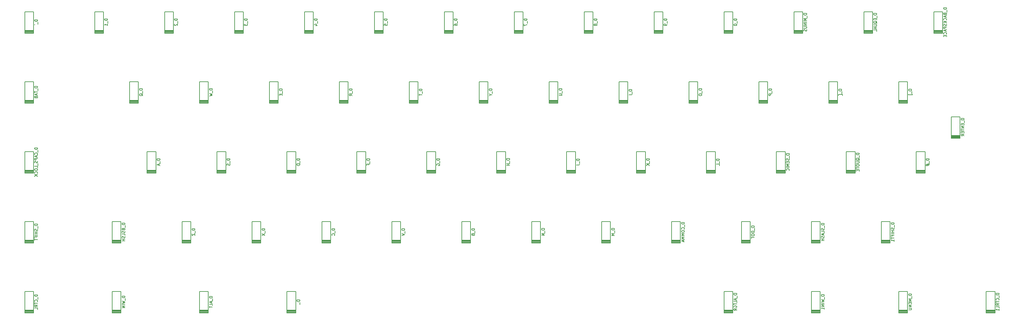
<source format=gbr>
G04 #@! TF.GenerationSoftware,KiCad,Pcbnew,5.1.6-c6e7f7d~86~ubuntu18.04.1*
G04 #@! TF.CreationDate,2020-05-28T23:24:45+02:00*
G04 #@! TF.ProjectId,keyboard-layout,6b657962-6f61-4726-942d-6c61796f7574,rev?*
G04 #@! TF.SameCoordinates,Original*
G04 #@! TF.FileFunction,Legend,Top*
G04 #@! TF.FilePolarity,Positive*
%FSLAX46Y46*%
G04 Gerber Fmt 4.6, Leading zero omitted, Abs format (unit mm)*
G04 Created by KiCad (PCBNEW 5.1.6-c6e7f7d~86~ubuntu18.04.1) date 2020-05-28 23:24:45*
%MOMM*%
%LPD*%
G01*
G04 APERTURE LIST*
%ADD10C,0.200000*%
%ADD11C,0.150000*%
G04 APERTURE END LIST*
D10*
X21700000Y-27225000D02*
X21700000Y-33025000D01*
X19300000Y-27225000D02*
X21700000Y-27225000D01*
X19300000Y-33025000D02*
X19300000Y-27225000D01*
X19300000Y-32950000D02*
X21700000Y-32950000D01*
X19300000Y-32825000D02*
X21700000Y-32825000D01*
X21700000Y-33050000D02*
X19300000Y-33050000D01*
X19300000Y-32650000D02*
X21700000Y-32650000D01*
X19300000Y-32475000D02*
X21700000Y-32475000D01*
X19300000Y-32300000D02*
X21700000Y-32300000D01*
X40750000Y-27225000D02*
X40750000Y-33025000D01*
X38350000Y-27225000D02*
X40750000Y-27225000D01*
X38350000Y-33025000D02*
X38350000Y-27225000D01*
X38350000Y-32950000D02*
X40750000Y-32950000D01*
X38350000Y-32825000D02*
X40750000Y-32825000D01*
X40750000Y-33050000D02*
X38350000Y-33050000D01*
X38350000Y-32650000D02*
X40750000Y-32650000D01*
X38350000Y-32475000D02*
X40750000Y-32475000D01*
X38350000Y-32300000D02*
X40750000Y-32300000D01*
X59800000Y-27225000D02*
X59800000Y-33025000D01*
X57400000Y-27225000D02*
X59800000Y-27225000D01*
X57400000Y-33025000D02*
X57400000Y-27225000D01*
X57400000Y-32950000D02*
X59800000Y-32950000D01*
X57400000Y-32825000D02*
X59800000Y-32825000D01*
X59800000Y-33050000D02*
X57400000Y-33050000D01*
X57400000Y-32650000D02*
X59800000Y-32650000D01*
X57400000Y-32475000D02*
X59800000Y-32475000D01*
X57400000Y-32300000D02*
X59800000Y-32300000D01*
X78850000Y-27225000D02*
X78850000Y-33025000D01*
X76450000Y-27225000D02*
X78850000Y-27225000D01*
X76450000Y-33025000D02*
X76450000Y-27225000D01*
X76450000Y-32950000D02*
X78850000Y-32950000D01*
X76450000Y-32825000D02*
X78850000Y-32825000D01*
X78850000Y-33050000D02*
X76450000Y-33050000D01*
X76450000Y-32650000D02*
X78850000Y-32650000D01*
X76450000Y-32475000D02*
X78850000Y-32475000D01*
X76450000Y-32300000D02*
X78850000Y-32300000D01*
X97900000Y-27225000D02*
X97900000Y-33025000D01*
X95500000Y-27225000D02*
X97900000Y-27225000D01*
X95500000Y-33025000D02*
X95500000Y-27225000D01*
X95500000Y-32950000D02*
X97900000Y-32950000D01*
X95500000Y-32825000D02*
X97900000Y-32825000D01*
X97900000Y-33050000D02*
X95500000Y-33050000D01*
X95500000Y-32650000D02*
X97900000Y-32650000D01*
X95500000Y-32475000D02*
X97900000Y-32475000D01*
X95500000Y-32300000D02*
X97900000Y-32300000D01*
X116950000Y-27225000D02*
X116950000Y-33025000D01*
X114550000Y-27225000D02*
X116950000Y-27225000D01*
X114550000Y-33025000D02*
X114550000Y-27225000D01*
X114550000Y-32950000D02*
X116950000Y-32950000D01*
X114550000Y-32825000D02*
X116950000Y-32825000D01*
X116950000Y-33050000D02*
X114550000Y-33050000D01*
X114550000Y-32650000D02*
X116950000Y-32650000D01*
X114550000Y-32475000D02*
X116950000Y-32475000D01*
X114550000Y-32300000D02*
X116950000Y-32300000D01*
X136000000Y-27225000D02*
X136000000Y-33025000D01*
X133600000Y-27225000D02*
X136000000Y-27225000D01*
X133600000Y-33025000D02*
X133600000Y-27225000D01*
X133600000Y-32950000D02*
X136000000Y-32950000D01*
X133600000Y-32825000D02*
X136000000Y-32825000D01*
X136000000Y-33050000D02*
X133600000Y-33050000D01*
X133600000Y-32650000D02*
X136000000Y-32650000D01*
X133600000Y-32475000D02*
X136000000Y-32475000D01*
X133600000Y-32300000D02*
X136000000Y-32300000D01*
X155050000Y-27225000D02*
X155050000Y-33025000D01*
X152650000Y-27225000D02*
X155050000Y-27225000D01*
X152650000Y-33025000D02*
X152650000Y-27225000D01*
X152650000Y-32950000D02*
X155050000Y-32950000D01*
X152650000Y-32825000D02*
X155050000Y-32825000D01*
X155050000Y-33050000D02*
X152650000Y-33050000D01*
X152650000Y-32650000D02*
X155050000Y-32650000D01*
X152650000Y-32475000D02*
X155050000Y-32475000D01*
X152650000Y-32300000D02*
X155050000Y-32300000D01*
X174100000Y-27225000D02*
X174100000Y-33025000D01*
X171700000Y-27225000D02*
X174100000Y-27225000D01*
X171700000Y-33025000D02*
X171700000Y-27225000D01*
X171700000Y-32950000D02*
X174100000Y-32950000D01*
X171700000Y-32825000D02*
X174100000Y-32825000D01*
X174100000Y-33050000D02*
X171700000Y-33050000D01*
X171700000Y-32650000D02*
X174100000Y-32650000D01*
X171700000Y-32475000D02*
X174100000Y-32475000D01*
X171700000Y-32300000D02*
X174100000Y-32300000D01*
X193150000Y-27225000D02*
X193150000Y-33025000D01*
X190750000Y-27225000D02*
X193150000Y-27225000D01*
X190750000Y-33025000D02*
X190750000Y-27225000D01*
X190750000Y-32950000D02*
X193150000Y-32950000D01*
X190750000Y-32825000D02*
X193150000Y-32825000D01*
X193150000Y-33050000D02*
X190750000Y-33050000D01*
X190750000Y-32650000D02*
X193150000Y-32650000D01*
X190750000Y-32475000D02*
X193150000Y-32475000D01*
X190750000Y-32300000D02*
X193150000Y-32300000D01*
X212200000Y-27225000D02*
X212200000Y-33025000D01*
X209800000Y-27225000D02*
X212200000Y-27225000D01*
X209800000Y-33025000D02*
X209800000Y-27225000D01*
X209800000Y-32950000D02*
X212200000Y-32950000D01*
X209800000Y-32825000D02*
X212200000Y-32825000D01*
X212200000Y-33050000D02*
X209800000Y-33050000D01*
X209800000Y-32650000D02*
X212200000Y-32650000D01*
X209800000Y-32475000D02*
X212200000Y-32475000D01*
X209800000Y-32300000D02*
X212200000Y-32300000D01*
X231250000Y-27225000D02*
X231250000Y-33025000D01*
X228850000Y-27225000D02*
X231250000Y-27225000D01*
X228850000Y-33025000D02*
X228850000Y-27225000D01*
X228850000Y-32950000D02*
X231250000Y-32950000D01*
X228850000Y-32825000D02*
X231250000Y-32825000D01*
X231250000Y-33050000D02*
X228850000Y-33050000D01*
X228850000Y-32650000D02*
X231250000Y-32650000D01*
X228850000Y-32475000D02*
X231250000Y-32475000D01*
X228850000Y-32300000D02*
X231250000Y-32300000D01*
X250300000Y-27225000D02*
X250300000Y-33025000D01*
X247900000Y-27225000D02*
X250300000Y-27225000D01*
X247900000Y-33025000D02*
X247900000Y-27225000D01*
X247900000Y-32950000D02*
X250300000Y-32950000D01*
X247900000Y-32825000D02*
X250300000Y-32825000D01*
X250300000Y-33050000D02*
X247900000Y-33050000D01*
X247900000Y-32650000D02*
X250300000Y-32650000D01*
X247900000Y-32475000D02*
X250300000Y-32475000D01*
X247900000Y-32300000D02*
X250300000Y-32300000D01*
X269350000Y-27225000D02*
X269350000Y-33025000D01*
X266950000Y-27225000D02*
X269350000Y-27225000D01*
X266950000Y-33025000D02*
X266950000Y-27225000D01*
X266950000Y-32950000D02*
X269350000Y-32950000D01*
X266950000Y-32825000D02*
X269350000Y-32825000D01*
X269350000Y-33050000D02*
X266950000Y-33050000D01*
X266950000Y-32650000D02*
X269350000Y-32650000D01*
X266950000Y-32475000D02*
X269350000Y-32475000D01*
X266950000Y-32300000D02*
X269350000Y-32300000D01*
X21700000Y-46275000D02*
X21700000Y-52075000D01*
X19300000Y-46275000D02*
X21700000Y-46275000D01*
X19300000Y-52075000D02*
X19300000Y-46275000D01*
X19300000Y-52000000D02*
X21700000Y-52000000D01*
X19300000Y-51875000D02*
X21700000Y-51875000D01*
X21700000Y-52100000D02*
X19300000Y-52100000D01*
X19300000Y-51700000D02*
X21700000Y-51700000D01*
X19300000Y-51525000D02*
X21700000Y-51525000D01*
X19300000Y-51350000D02*
X21700000Y-51350000D01*
X50275000Y-46275000D02*
X50275000Y-52075000D01*
X47875000Y-46275000D02*
X50275000Y-46275000D01*
X47875000Y-52075000D02*
X47875000Y-46275000D01*
X47875000Y-52000000D02*
X50275000Y-52000000D01*
X47875000Y-51875000D02*
X50275000Y-51875000D01*
X50275000Y-52100000D02*
X47875000Y-52100000D01*
X47875000Y-51700000D02*
X50275000Y-51700000D01*
X47875000Y-51525000D02*
X50275000Y-51525000D01*
X47875000Y-51350000D02*
X50275000Y-51350000D01*
X69325000Y-46275000D02*
X69325000Y-52075000D01*
X66925000Y-46275000D02*
X69325000Y-46275000D01*
X66925000Y-52075000D02*
X66925000Y-46275000D01*
X66925000Y-52000000D02*
X69325000Y-52000000D01*
X66925000Y-51875000D02*
X69325000Y-51875000D01*
X69325000Y-52100000D02*
X66925000Y-52100000D01*
X66925000Y-51700000D02*
X69325000Y-51700000D01*
X66925000Y-51525000D02*
X69325000Y-51525000D01*
X66925000Y-51350000D02*
X69325000Y-51350000D01*
X88375000Y-46275000D02*
X88375000Y-52075000D01*
X85975000Y-46275000D02*
X88375000Y-46275000D01*
X85975000Y-52075000D02*
X85975000Y-46275000D01*
X85975000Y-52000000D02*
X88375000Y-52000000D01*
X85975000Y-51875000D02*
X88375000Y-51875000D01*
X88375000Y-52100000D02*
X85975000Y-52100000D01*
X85975000Y-51700000D02*
X88375000Y-51700000D01*
X85975000Y-51525000D02*
X88375000Y-51525000D01*
X85975000Y-51350000D02*
X88375000Y-51350000D01*
X107425000Y-46275000D02*
X107425000Y-52075000D01*
X105025000Y-46275000D02*
X107425000Y-46275000D01*
X105025000Y-52075000D02*
X105025000Y-46275000D01*
X105025000Y-52000000D02*
X107425000Y-52000000D01*
X105025000Y-51875000D02*
X107425000Y-51875000D01*
X107425000Y-52100000D02*
X105025000Y-52100000D01*
X105025000Y-51700000D02*
X107425000Y-51700000D01*
X105025000Y-51525000D02*
X107425000Y-51525000D01*
X105025000Y-51350000D02*
X107425000Y-51350000D01*
X126475000Y-46275000D02*
X126475000Y-52075000D01*
X124075000Y-46275000D02*
X126475000Y-46275000D01*
X124075000Y-52075000D02*
X124075000Y-46275000D01*
X124075000Y-52000000D02*
X126475000Y-52000000D01*
X124075000Y-51875000D02*
X126475000Y-51875000D01*
X126475000Y-52100000D02*
X124075000Y-52100000D01*
X124075000Y-51700000D02*
X126475000Y-51700000D01*
X124075000Y-51525000D02*
X126475000Y-51525000D01*
X124075000Y-51350000D02*
X126475000Y-51350000D01*
X145525000Y-46275000D02*
X145525000Y-52075000D01*
X143125000Y-46275000D02*
X145525000Y-46275000D01*
X143125000Y-52075000D02*
X143125000Y-46275000D01*
X143125000Y-52000000D02*
X145525000Y-52000000D01*
X143125000Y-51875000D02*
X145525000Y-51875000D01*
X145525000Y-52100000D02*
X143125000Y-52100000D01*
X143125000Y-51700000D02*
X145525000Y-51700000D01*
X143125000Y-51525000D02*
X145525000Y-51525000D01*
X143125000Y-51350000D02*
X145525000Y-51350000D01*
X164575000Y-46275000D02*
X164575000Y-52075000D01*
X162175000Y-46275000D02*
X164575000Y-46275000D01*
X162175000Y-52075000D02*
X162175000Y-46275000D01*
X162175000Y-52000000D02*
X164575000Y-52000000D01*
X162175000Y-51875000D02*
X164575000Y-51875000D01*
X164575000Y-52100000D02*
X162175000Y-52100000D01*
X162175000Y-51700000D02*
X164575000Y-51700000D01*
X162175000Y-51525000D02*
X164575000Y-51525000D01*
X162175000Y-51350000D02*
X164575000Y-51350000D01*
X183625000Y-46275000D02*
X183625000Y-52075000D01*
X181225000Y-46275000D02*
X183625000Y-46275000D01*
X181225000Y-52075000D02*
X181225000Y-46275000D01*
X181225000Y-52000000D02*
X183625000Y-52000000D01*
X181225000Y-51875000D02*
X183625000Y-51875000D01*
X183625000Y-52100000D02*
X181225000Y-52100000D01*
X181225000Y-51700000D02*
X183625000Y-51700000D01*
X181225000Y-51525000D02*
X183625000Y-51525000D01*
X181225000Y-51350000D02*
X183625000Y-51350000D01*
X202675000Y-46275000D02*
X202675000Y-52075000D01*
X200275000Y-46275000D02*
X202675000Y-46275000D01*
X200275000Y-52075000D02*
X200275000Y-46275000D01*
X200275000Y-52000000D02*
X202675000Y-52000000D01*
X200275000Y-51875000D02*
X202675000Y-51875000D01*
X202675000Y-52100000D02*
X200275000Y-52100000D01*
X200275000Y-51700000D02*
X202675000Y-51700000D01*
X200275000Y-51525000D02*
X202675000Y-51525000D01*
X200275000Y-51350000D02*
X202675000Y-51350000D01*
X221725000Y-46275000D02*
X221725000Y-52075000D01*
X219325000Y-46275000D02*
X221725000Y-46275000D01*
X219325000Y-52075000D02*
X219325000Y-46275000D01*
X219325000Y-52000000D02*
X221725000Y-52000000D01*
X219325000Y-51875000D02*
X221725000Y-51875000D01*
X221725000Y-52100000D02*
X219325000Y-52100000D01*
X219325000Y-51700000D02*
X221725000Y-51700000D01*
X219325000Y-51525000D02*
X221725000Y-51525000D01*
X219325000Y-51350000D02*
X221725000Y-51350000D01*
X240775000Y-46275000D02*
X240775000Y-52075000D01*
X238375000Y-46275000D02*
X240775000Y-46275000D01*
X238375000Y-52075000D02*
X238375000Y-46275000D01*
X238375000Y-52000000D02*
X240775000Y-52000000D01*
X238375000Y-51875000D02*
X240775000Y-51875000D01*
X240775000Y-52100000D02*
X238375000Y-52100000D01*
X238375000Y-51700000D02*
X240775000Y-51700000D01*
X238375000Y-51525000D02*
X240775000Y-51525000D01*
X238375000Y-51350000D02*
X240775000Y-51350000D01*
X259825000Y-46275000D02*
X259825000Y-52075000D01*
X257425000Y-46275000D02*
X259825000Y-46275000D01*
X257425000Y-52075000D02*
X257425000Y-46275000D01*
X257425000Y-52000000D02*
X259825000Y-52000000D01*
X257425000Y-51875000D02*
X259825000Y-51875000D01*
X259825000Y-52100000D02*
X257425000Y-52100000D01*
X257425000Y-51700000D02*
X259825000Y-51700000D01*
X257425000Y-51525000D02*
X259825000Y-51525000D01*
X257425000Y-51350000D02*
X259825000Y-51350000D01*
X274112500Y-55800000D02*
X274112500Y-61600000D01*
X271712500Y-55800000D02*
X274112500Y-55800000D01*
X271712500Y-61600000D02*
X271712500Y-55800000D01*
X271712500Y-61525000D02*
X274112500Y-61525000D01*
X271712500Y-61400000D02*
X274112500Y-61400000D01*
X274112500Y-61625000D02*
X271712500Y-61625000D01*
X271712500Y-61225000D02*
X274112500Y-61225000D01*
X271712500Y-61050000D02*
X274112500Y-61050000D01*
X271712500Y-60875000D02*
X274112500Y-60875000D01*
X21700000Y-65325000D02*
X21700000Y-71125000D01*
X19300000Y-65325000D02*
X21700000Y-65325000D01*
X19300000Y-71125000D02*
X19300000Y-65325000D01*
X19300000Y-71050000D02*
X21700000Y-71050000D01*
X19300000Y-70925000D02*
X21700000Y-70925000D01*
X21700000Y-71150000D02*
X19300000Y-71150000D01*
X19300000Y-70750000D02*
X21700000Y-70750000D01*
X19300000Y-70575000D02*
X21700000Y-70575000D01*
X19300000Y-70400000D02*
X21700000Y-70400000D01*
X55037500Y-65325000D02*
X55037500Y-71125000D01*
X52637500Y-65325000D02*
X55037500Y-65325000D01*
X52637500Y-71125000D02*
X52637500Y-65325000D01*
X52637500Y-71050000D02*
X55037500Y-71050000D01*
X52637500Y-70925000D02*
X55037500Y-70925000D01*
X55037500Y-71150000D02*
X52637500Y-71150000D01*
X52637500Y-70750000D02*
X55037500Y-70750000D01*
X52637500Y-70575000D02*
X55037500Y-70575000D01*
X52637500Y-70400000D02*
X55037500Y-70400000D01*
X74087500Y-65325000D02*
X74087500Y-71125000D01*
X71687500Y-65325000D02*
X74087500Y-65325000D01*
X71687500Y-71125000D02*
X71687500Y-65325000D01*
X71687500Y-71050000D02*
X74087500Y-71050000D01*
X71687500Y-70925000D02*
X74087500Y-70925000D01*
X74087500Y-71150000D02*
X71687500Y-71150000D01*
X71687500Y-70750000D02*
X74087500Y-70750000D01*
X71687500Y-70575000D02*
X74087500Y-70575000D01*
X71687500Y-70400000D02*
X74087500Y-70400000D01*
X93137500Y-65325000D02*
X93137500Y-71125000D01*
X90737500Y-65325000D02*
X93137500Y-65325000D01*
X90737500Y-71125000D02*
X90737500Y-65325000D01*
X90737500Y-71050000D02*
X93137500Y-71050000D01*
X90737500Y-70925000D02*
X93137500Y-70925000D01*
X93137500Y-71150000D02*
X90737500Y-71150000D01*
X90737500Y-70750000D02*
X93137500Y-70750000D01*
X90737500Y-70575000D02*
X93137500Y-70575000D01*
X90737500Y-70400000D02*
X93137500Y-70400000D01*
X112187500Y-65325000D02*
X112187500Y-71125000D01*
X109787500Y-65325000D02*
X112187500Y-65325000D01*
X109787500Y-71125000D02*
X109787500Y-65325000D01*
X109787500Y-71050000D02*
X112187500Y-71050000D01*
X109787500Y-70925000D02*
X112187500Y-70925000D01*
X112187500Y-71150000D02*
X109787500Y-71150000D01*
X109787500Y-70750000D02*
X112187500Y-70750000D01*
X109787500Y-70575000D02*
X112187500Y-70575000D01*
X109787500Y-70400000D02*
X112187500Y-70400000D01*
X131237500Y-65325000D02*
X131237500Y-71125000D01*
X128837500Y-65325000D02*
X131237500Y-65325000D01*
X128837500Y-71125000D02*
X128837500Y-65325000D01*
X128837500Y-71050000D02*
X131237500Y-71050000D01*
X128837500Y-70925000D02*
X131237500Y-70925000D01*
X131237500Y-71150000D02*
X128837500Y-71150000D01*
X128837500Y-70750000D02*
X131237500Y-70750000D01*
X128837500Y-70575000D02*
X131237500Y-70575000D01*
X128837500Y-70400000D02*
X131237500Y-70400000D01*
X150287500Y-65325000D02*
X150287500Y-71125000D01*
X147887500Y-65325000D02*
X150287500Y-65325000D01*
X147887500Y-71125000D02*
X147887500Y-65325000D01*
X147887500Y-71050000D02*
X150287500Y-71050000D01*
X147887500Y-70925000D02*
X150287500Y-70925000D01*
X150287500Y-71150000D02*
X147887500Y-71150000D01*
X147887500Y-70750000D02*
X150287500Y-70750000D01*
X147887500Y-70575000D02*
X150287500Y-70575000D01*
X147887500Y-70400000D02*
X150287500Y-70400000D01*
X169337500Y-65325000D02*
X169337500Y-71125000D01*
X166937500Y-65325000D02*
X169337500Y-65325000D01*
X166937500Y-71125000D02*
X166937500Y-65325000D01*
X166937500Y-71050000D02*
X169337500Y-71050000D01*
X166937500Y-70925000D02*
X169337500Y-70925000D01*
X169337500Y-71150000D02*
X166937500Y-71150000D01*
X166937500Y-70750000D02*
X169337500Y-70750000D01*
X166937500Y-70575000D02*
X169337500Y-70575000D01*
X166937500Y-70400000D02*
X169337500Y-70400000D01*
X188387500Y-65325000D02*
X188387500Y-71125000D01*
X185987500Y-65325000D02*
X188387500Y-65325000D01*
X185987500Y-71125000D02*
X185987500Y-65325000D01*
X185987500Y-71050000D02*
X188387500Y-71050000D01*
X185987500Y-70925000D02*
X188387500Y-70925000D01*
X188387500Y-71150000D02*
X185987500Y-71150000D01*
X185987500Y-70750000D02*
X188387500Y-70750000D01*
X185987500Y-70575000D02*
X188387500Y-70575000D01*
X185987500Y-70400000D02*
X188387500Y-70400000D01*
X207437500Y-65325000D02*
X207437500Y-71125000D01*
X205037500Y-65325000D02*
X207437500Y-65325000D01*
X205037500Y-71125000D02*
X205037500Y-65325000D01*
X205037500Y-71050000D02*
X207437500Y-71050000D01*
X205037500Y-70925000D02*
X207437500Y-70925000D01*
X207437500Y-71150000D02*
X205037500Y-71150000D01*
X205037500Y-70750000D02*
X207437500Y-70750000D01*
X205037500Y-70575000D02*
X207437500Y-70575000D01*
X205037500Y-70400000D02*
X207437500Y-70400000D01*
X226487500Y-65325000D02*
X226487500Y-71125000D01*
X224087500Y-65325000D02*
X226487500Y-65325000D01*
X224087500Y-71125000D02*
X224087500Y-65325000D01*
X224087500Y-71050000D02*
X226487500Y-71050000D01*
X224087500Y-70925000D02*
X226487500Y-70925000D01*
X226487500Y-71150000D02*
X224087500Y-71150000D01*
X224087500Y-70750000D02*
X226487500Y-70750000D01*
X224087500Y-70575000D02*
X226487500Y-70575000D01*
X224087500Y-70400000D02*
X226487500Y-70400000D01*
X245537500Y-65325000D02*
X245537500Y-71125000D01*
X243137500Y-65325000D02*
X245537500Y-65325000D01*
X243137500Y-71125000D02*
X243137500Y-65325000D01*
X243137500Y-71050000D02*
X245537500Y-71050000D01*
X243137500Y-70925000D02*
X245537500Y-70925000D01*
X245537500Y-71150000D02*
X243137500Y-71150000D01*
X243137500Y-70750000D02*
X245537500Y-70750000D01*
X243137500Y-70575000D02*
X245537500Y-70575000D01*
X243137500Y-70400000D02*
X245537500Y-70400000D01*
X264587500Y-65325000D02*
X264587500Y-71125000D01*
X262187500Y-65325000D02*
X264587500Y-65325000D01*
X262187500Y-71125000D02*
X262187500Y-65325000D01*
X262187500Y-71050000D02*
X264587500Y-71050000D01*
X262187500Y-70925000D02*
X264587500Y-70925000D01*
X264587500Y-71150000D02*
X262187500Y-71150000D01*
X262187500Y-70750000D02*
X264587500Y-70750000D01*
X262187500Y-70575000D02*
X264587500Y-70575000D01*
X262187500Y-70400000D02*
X264587500Y-70400000D01*
X21700000Y-84375000D02*
X21700000Y-90175000D01*
X19300000Y-84375000D02*
X21700000Y-84375000D01*
X19300000Y-90175000D02*
X19300000Y-84375000D01*
X19300000Y-90100000D02*
X21700000Y-90100000D01*
X19300000Y-89975000D02*
X21700000Y-89975000D01*
X21700000Y-90200000D02*
X19300000Y-90200000D01*
X19300000Y-89800000D02*
X21700000Y-89800000D01*
X19300000Y-89625000D02*
X21700000Y-89625000D01*
X19300000Y-89450000D02*
X21700000Y-89450000D01*
X45512500Y-84375000D02*
X45512500Y-90175000D01*
X43112500Y-84375000D02*
X45512500Y-84375000D01*
X43112500Y-90175000D02*
X43112500Y-84375000D01*
X43112500Y-90100000D02*
X45512500Y-90100000D01*
X43112500Y-89975000D02*
X45512500Y-89975000D01*
X45512500Y-90200000D02*
X43112500Y-90200000D01*
X43112500Y-89800000D02*
X45512500Y-89800000D01*
X43112500Y-89625000D02*
X45512500Y-89625000D01*
X43112500Y-89450000D02*
X45512500Y-89450000D01*
X64562500Y-84375000D02*
X64562500Y-90175000D01*
X62162500Y-84375000D02*
X64562500Y-84375000D01*
X62162500Y-90175000D02*
X62162500Y-84375000D01*
X62162500Y-90100000D02*
X64562500Y-90100000D01*
X62162500Y-89975000D02*
X64562500Y-89975000D01*
X64562500Y-90200000D02*
X62162500Y-90200000D01*
X62162500Y-89800000D02*
X64562500Y-89800000D01*
X62162500Y-89625000D02*
X64562500Y-89625000D01*
X62162500Y-89450000D02*
X64562500Y-89450000D01*
X83612500Y-84375000D02*
X83612500Y-90175000D01*
X81212500Y-84375000D02*
X83612500Y-84375000D01*
X81212500Y-90175000D02*
X81212500Y-84375000D01*
X81212500Y-90100000D02*
X83612500Y-90100000D01*
X81212500Y-89975000D02*
X83612500Y-89975000D01*
X83612500Y-90200000D02*
X81212500Y-90200000D01*
X81212500Y-89800000D02*
X83612500Y-89800000D01*
X81212500Y-89625000D02*
X83612500Y-89625000D01*
X81212500Y-89450000D02*
X83612500Y-89450000D01*
X102662500Y-84375000D02*
X102662500Y-90175000D01*
X100262500Y-84375000D02*
X102662500Y-84375000D01*
X100262500Y-90175000D02*
X100262500Y-84375000D01*
X100262500Y-90100000D02*
X102662500Y-90100000D01*
X100262500Y-89975000D02*
X102662500Y-89975000D01*
X102662500Y-90200000D02*
X100262500Y-90200000D01*
X100262500Y-89800000D02*
X102662500Y-89800000D01*
X100262500Y-89625000D02*
X102662500Y-89625000D01*
X100262500Y-89450000D02*
X102662500Y-89450000D01*
X121712500Y-84375000D02*
X121712500Y-90175000D01*
X119312500Y-84375000D02*
X121712500Y-84375000D01*
X119312500Y-90175000D02*
X119312500Y-84375000D01*
X119312500Y-90100000D02*
X121712500Y-90100000D01*
X119312500Y-89975000D02*
X121712500Y-89975000D01*
X121712500Y-90200000D02*
X119312500Y-90200000D01*
X119312500Y-89800000D02*
X121712500Y-89800000D01*
X119312500Y-89625000D02*
X121712500Y-89625000D01*
X119312500Y-89450000D02*
X121712500Y-89450000D01*
X140762500Y-84375000D02*
X140762500Y-90175000D01*
X138362500Y-84375000D02*
X140762500Y-84375000D01*
X138362500Y-90175000D02*
X138362500Y-84375000D01*
X138362500Y-90100000D02*
X140762500Y-90100000D01*
X138362500Y-89975000D02*
X140762500Y-89975000D01*
X140762500Y-90200000D02*
X138362500Y-90200000D01*
X138362500Y-89800000D02*
X140762500Y-89800000D01*
X138362500Y-89625000D02*
X140762500Y-89625000D01*
X138362500Y-89450000D02*
X140762500Y-89450000D01*
X159812500Y-84375000D02*
X159812500Y-90175000D01*
X157412500Y-84375000D02*
X159812500Y-84375000D01*
X157412500Y-90175000D02*
X157412500Y-84375000D01*
X157412500Y-90100000D02*
X159812500Y-90100000D01*
X157412500Y-89975000D02*
X159812500Y-89975000D01*
X159812500Y-90200000D02*
X157412500Y-90200000D01*
X157412500Y-89800000D02*
X159812500Y-89800000D01*
X157412500Y-89625000D02*
X159812500Y-89625000D01*
X157412500Y-89450000D02*
X159812500Y-89450000D01*
X178862500Y-84375000D02*
X178862500Y-90175000D01*
X176462500Y-84375000D02*
X178862500Y-84375000D01*
X176462500Y-90175000D02*
X176462500Y-84375000D01*
X176462500Y-90100000D02*
X178862500Y-90100000D01*
X176462500Y-89975000D02*
X178862500Y-89975000D01*
X178862500Y-90200000D02*
X176462500Y-90200000D01*
X176462500Y-89800000D02*
X178862500Y-89800000D01*
X176462500Y-89625000D02*
X178862500Y-89625000D01*
X176462500Y-89450000D02*
X178862500Y-89450000D01*
X197912500Y-84375000D02*
X197912500Y-90175000D01*
X195512500Y-84375000D02*
X197912500Y-84375000D01*
X195512500Y-90175000D02*
X195512500Y-84375000D01*
X195512500Y-90100000D02*
X197912500Y-90100000D01*
X195512500Y-89975000D02*
X197912500Y-89975000D01*
X197912500Y-90200000D02*
X195512500Y-90200000D01*
X195512500Y-89800000D02*
X197912500Y-89800000D01*
X195512500Y-89625000D02*
X197912500Y-89625000D01*
X195512500Y-89450000D02*
X197912500Y-89450000D01*
X216962500Y-84375000D02*
X216962500Y-90175000D01*
X214562500Y-84375000D02*
X216962500Y-84375000D01*
X214562500Y-90175000D02*
X214562500Y-84375000D01*
X214562500Y-90100000D02*
X216962500Y-90100000D01*
X214562500Y-89975000D02*
X216962500Y-89975000D01*
X216962500Y-90200000D02*
X214562500Y-90200000D01*
X214562500Y-89800000D02*
X216962500Y-89800000D01*
X214562500Y-89625000D02*
X216962500Y-89625000D01*
X214562500Y-89450000D02*
X216962500Y-89450000D01*
X236012500Y-84375000D02*
X236012500Y-90175000D01*
X233612500Y-84375000D02*
X236012500Y-84375000D01*
X233612500Y-90175000D02*
X233612500Y-84375000D01*
X233612500Y-90100000D02*
X236012500Y-90100000D01*
X233612500Y-89975000D02*
X236012500Y-89975000D01*
X236012500Y-90200000D02*
X233612500Y-90200000D01*
X233612500Y-89800000D02*
X236012500Y-89800000D01*
X233612500Y-89625000D02*
X236012500Y-89625000D01*
X233612500Y-89450000D02*
X236012500Y-89450000D01*
X255062500Y-84375000D02*
X255062500Y-90175000D01*
X252662500Y-84375000D02*
X255062500Y-84375000D01*
X252662500Y-90175000D02*
X252662500Y-84375000D01*
X252662500Y-90100000D02*
X255062500Y-90100000D01*
X252662500Y-89975000D02*
X255062500Y-89975000D01*
X255062500Y-90200000D02*
X252662500Y-90200000D01*
X252662500Y-89800000D02*
X255062500Y-89800000D01*
X252662500Y-89625000D02*
X255062500Y-89625000D01*
X252662500Y-89450000D02*
X255062500Y-89450000D01*
X21700000Y-103425000D02*
X21700000Y-109225000D01*
X19300000Y-103425000D02*
X21700000Y-103425000D01*
X19300000Y-109225000D02*
X19300000Y-103425000D01*
X19300000Y-109150000D02*
X21700000Y-109150000D01*
X19300000Y-109025000D02*
X21700000Y-109025000D01*
X21700000Y-109250000D02*
X19300000Y-109250000D01*
X19300000Y-108850000D02*
X21700000Y-108850000D01*
X19300000Y-108675000D02*
X21700000Y-108675000D01*
X19300000Y-108500000D02*
X21700000Y-108500000D01*
X45512500Y-103425000D02*
X45512500Y-109225000D01*
X43112500Y-103425000D02*
X45512500Y-103425000D01*
X43112500Y-109225000D02*
X43112500Y-103425000D01*
X43112500Y-109150000D02*
X45512500Y-109150000D01*
X43112500Y-109025000D02*
X45512500Y-109025000D01*
X45512500Y-109250000D02*
X43112500Y-109250000D01*
X43112500Y-108850000D02*
X45512500Y-108850000D01*
X43112500Y-108675000D02*
X45512500Y-108675000D01*
X43112500Y-108500000D02*
X45512500Y-108500000D01*
X69325000Y-103425000D02*
X69325000Y-109225000D01*
X66925000Y-103425000D02*
X69325000Y-103425000D01*
X66925000Y-109225000D02*
X66925000Y-103425000D01*
X66925000Y-109150000D02*
X69325000Y-109150000D01*
X66925000Y-109025000D02*
X69325000Y-109025000D01*
X69325000Y-109250000D02*
X66925000Y-109250000D01*
X66925000Y-108850000D02*
X69325000Y-108850000D01*
X66925000Y-108675000D02*
X69325000Y-108675000D01*
X66925000Y-108500000D02*
X69325000Y-108500000D01*
X93137500Y-103425000D02*
X93137500Y-109225000D01*
X90737500Y-103425000D02*
X93137500Y-103425000D01*
X90737500Y-109225000D02*
X90737500Y-103425000D01*
X90737500Y-109150000D02*
X93137500Y-109150000D01*
X90737500Y-109025000D02*
X93137500Y-109025000D01*
X93137500Y-109250000D02*
X90737500Y-109250000D01*
X90737500Y-108850000D02*
X93137500Y-108850000D01*
X90737500Y-108675000D02*
X93137500Y-108675000D01*
X90737500Y-108500000D02*
X93137500Y-108500000D01*
X212200000Y-103425000D02*
X212200000Y-109225000D01*
X209800000Y-103425000D02*
X212200000Y-103425000D01*
X209800000Y-109225000D02*
X209800000Y-103425000D01*
X209800000Y-109150000D02*
X212200000Y-109150000D01*
X209800000Y-109025000D02*
X212200000Y-109025000D01*
X212200000Y-109250000D02*
X209800000Y-109250000D01*
X209800000Y-108850000D02*
X212200000Y-108850000D01*
X209800000Y-108675000D02*
X212200000Y-108675000D01*
X209800000Y-108500000D02*
X212200000Y-108500000D01*
X236012500Y-103425000D02*
X236012500Y-109225000D01*
X233612500Y-103425000D02*
X236012500Y-103425000D01*
X233612500Y-109225000D02*
X233612500Y-103425000D01*
X233612500Y-109150000D02*
X236012500Y-109150000D01*
X233612500Y-109025000D02*
X236012500Y-109025000D01*
X236012500Y-109250000D02*
X233612500Y-109250000D01*
X233612500Y-108850000D02*
X236012500Y-108850000D01*
X233612500Y-108675000D02*
X236012500Y-108675000D01*
X233612500Y-108500000D02*
X236012500Y-108500000D01*
X259825000Y-103425000D02*
X259825000Y-109225000D01*
X257425000Y-103425000D02*
X259825000Y-103425000D01*
X257425000Y-109225000D02*
X257425000Y-103425000D01*
X257425000Y-109150000D02*
X259825000Y-109150000D01*
X257425000Y-109025000D02*
X259825000Y-109025000D01*
X259825000Y-109250000D02*
X257425000Y-109250000D01*
X257425000Y-108850000D02*
X259825000Y-108850000D01*
X257425000Y-108675000D02*
X259825000Y-108675000D01*
X257425000Y-108500000D02*
X259825000Y-108500000D01*
X283637500Y-103425000D02*
X283637500Y-109225000D01*
X281237500Y-103425000D02*
X283637500Y-103425000D01*
X281237500Y-109225000D02*
X281237500Y-103425000D01*
X281237500Y-109150000D02*
X283637500Y-109150000D01*
X281237500Y-109025000D02*
X283637500Y-109025000D01*
X283637500Y-109250000D02*
X281237500Y-109250000D01*
X281237500Y-108850000D02*
X283637500Y-108850000D01*
X281237500Y-108675000D02*
X283637500Y-108675000D01*
X281237500Y-108500000D02*
X283637500Y-108500000D01*
D11*
X22786904Y-29358333D02*
X21986904Y-29358333D01*
X21986904Y-29548809D01*
X22025000Y-29663095D01*
X22101190Y-29739285D01*
X22177380Y-29777380D01*
X22329761Y-29815476D01*
X22444047Y-29815476D01*
X22596428Y-29777380D01*
X22672619Y-29739285D01*
X22748809Y-29663095D01*
X22786904Y-29548809D01*
X22786904Y-29358333D01*
X22863095Y-29967857D02*
X22863095Y-30577380D01*
X21948809Y-30653571D02*
X22063095Y-30767857D01*
X41836904Y-29129761D02*
X41036904Y-29129761D01*
X41036904Y-29320238D01*
X41075000Y-29434523D01*
X41151190Y-29510714D01*
X41227380Y-29548809D01*
X41379761Y-29586904D01*
X41494047Y-29586904D01*
X41646428Y-29548809D01*
X41722619Y-29510714D01*
X41798809Y-29434523D01*
X41836904Y-29320238D01*
X41836904Y-29129761D01*
X41913095Y-29739285D02*
X41913095Y-30348809D01*
X41836904Y-30958333D02*
X41836904Y-30501190D01*
X41836904Y-30729761D02*
X41036904Y-30729761D01*
X41151190Y-30653571D01*
X41227380Y-30577380D01*
X41265476Y-30501190D01*
X60886904Y-29129761D02*
X60086904Y-29129761D01*
X60086904Y-29320238D01*
X60125000Y-29434523D01*
X60201190Y-29510714D01*
X60277380Y-29548809D01*
X60429761Y-29586904D01*
X60544047Y-29586904D01*
X60696428Y-29548809D01*
X60772619Y-29510714D01*
X60848809Y-29434523D01*
X60886904Y-29320238D01*
X60886904Y-29129761D01*
X60963095Y-29739285D02*
X60963095Y-30348809D01*
X60163095Y-30501190D02*
X60125000Y-30539285D01*
X60086904Y-30615476D01*
X60086904Y-30805952D01*
X60125000Y-30882142D01*
X60163095Y-30920238D01*
X60239285Y-30958333D01*
X60315476Y-30958333D01*
X60429761Y-30920238D01*
X60886904Y-30463095D01*
X60886904Y-30958333D01*
X79936904Y-29129761D02*
X79136904Y-29129761D01*
X79136904Y-29320238D01*
X79175000Y-29434523D01*
X79251190Y-29510714D01*
X79327380Y-29548809D01*
X79479761Y-29586904D01*
X79594047Y-29586904D01*
X79746428Y-29548809D01*
X79822619Y-29510714D01*
X79898809Y-29434523D01*
X79936904Y-29320238D01*
X79936904Y-29129761D01*
X80013095Y-29739285D02*
X80013095Y-30348809D01*
X79136904Y-30463095D02*
X79136904Y-30958333D01*
X79441666Y-30691666D01*
X79441666Y-30805952D01*
X79479761Y-30882142D01*
X79517857Y-30920238D01*
X79594047Y-30958333D01*
X79784523Y-30958333D01*
X79860714Y-30920238D01*
X79898809Y-30882142D01*
X79936904Y-30805952D01*
X79936904Y-30577380D01*
X79898809Y-30501190D01*
X79860714Y-30463095D01*
X98986904Y-29129761D02*
X98186904Y-29129761D01*
X98186904Y-29320238D01*
X98225000Y-29434523D01*
X98301190Y-29510714D01*
X98377380Y-29548809D01*
X98529761Y-29586904D01*
X98644047Y-29586904D01*
X98796428Y-29548809D01*
X98872619Y-29510714D01*
X98948809Y-29434523D01*
X98986904Y-29320238D01*
X98986904Y-29129761D01*
X99063095Y-29739285D02*
X99063095Y-30348809D01*
X98453571Y-30882142D02*
X98986904Y-30882142D01*
X98148809Y-30691666D02*
X98720238Y-30501190D01*
X98720238Y-30996428D01*
X118036904Y-29129761D02*
X117236904Y-29129761D01*
X117236904Y-29320238D01*
X117275000Y-29434523D01*
X117351190Y-29510714D01*
X117427380Y-29548809D01*
X117579761Y-29586904D01*
X117694047Y-29586904D01*
X117846428Y-29548809D01*
X117922619Y-29510714D01*
X117998809Y-29434523D01*
X118036904Y-29320238D01*
X118036904Y-29129761D01*
X118113095Y-29739285D02*
X118113095Y-30348809D01*
X117236904Y-30920238D02*
X117236904Y-30539285D01*
X117617857Y-30501190D01*
X117579761Y-30539285D01*
X117541666Y-30615476D01*
X117541666Y-30805952D01*
X117579761Y-30882142D01*
X117617857Y-30920238D01*
X117694047Y-30958333D01*
X117884523Y-30958333D01*
X117960714Y-30920238D01*
X117998809Y-30882142D01*
X118036904Y-30805952D01*
X118036904Y-30615476D01*
X117998809Y-30539285D01*
X117960714Y-30501190D01*
X137086904Y-29129761D02*
X136286904Y-29129761D01*
X136286904Y-29320238D01*
X136325000Y-29434523D01*
X136401190Y-29510714D01*
X136477380Y-29548809D01*
X136629761Y-29586904D01*
X136744047Y-29586904D01*
X136896428Y-29548809D01*
X136972619Y-29510714D01*
X137048809Y-29434523D01*
X137086904Y-29320238D01*
X137086904Y-29129761D01*
X137163095Y-29739285D02*
X137163095Y-30348809D01*
X136286904Y-30882142D02*
X136286904Y-30729761D01*
X136325000Y-30653571D01*
X136363095Y-30615476D01*
X136477380Y-30539285D01*
X136629761Y-30501190D01*
X136934523Y-30501190D01*
X137010714Y-30539285D01*
X137048809Y-30577380D01*
X137086904Y-30653571D01*
X137086904Y-30805952D01*
X137048809Y-30882142D01*
X137010714Y-30920238D01*
X136934523Y-30958333D01*
X136744047Y-30958333D01*
X136667857Y-30920238D01*
X136629761Y-30882142D01*
X136591666Y-30805952D01*
X136591666Y-30653571D01*
X136629761Y-30577380D01*
X136667857Y-30539285D01*
X136744047Y-30501190D01*
X156136904Y-29129761D02*
X155336904Y-29129761D01*
X155336904Y-29320238D01*
X155375000Y-29434523D01*
X155451190Y-29510714D01*
X155527380Y-29548809D01*
X155679761Y-29586904D01*
X155794047Y-29586904D01*
X155946428Y-29548809D01*
X156022619Y-29510714D01*
X156098809Y-29434523D01*
X156136904Y-29320238D01*
X156136904Y-29129761D01*
X156213095Y-29739285D02*
X156213095Y-30348809D01*
X155336904Y-30463095D02*
X155336904Y-30996428D01*
X156136904Y-30653571D01*
X175186904Y-29129761D02*
X174386904Y-29129761D01*
X174386904Y-29320238D01*
X174425000Y-29434523D01*
X174501190Y-29510714D01*
X174577380Y-29548809D01*
X174729761Y-29586904D01*
X174844047Y-29586904D01*
X174996428Y-29548809D01*
X175072619Y-29510714D01*
X175148809Y-29434523D01*
X175186904Y-29320238D01*
X175186904Y-29129761D01*
X175263095Y-29739285D02*
X175263095Y-30348809D01*
X174729761Y-30653571D02*
X174691666Y-30577380D01*
X174653571Y-30539285D01*
X174577380Y-30501190D01*
X174539285Y-30501190D01*
X174463095Y-30539285D01*
X174425000Y-30577380D01*
X174386904Y-30653571D01*
X174386904Y-30805952D01*
X174425000Y-30882142D01*
X174463095Y-30920238D01*
X174539285Y-30958333D01*
X174577380Y-30958333D01*
X174653571Y-30920238D01*
X174691666Y-30882142D01*
X174729761Y-30805952D01*
X174729761Y-30653571D01*
X174767857Y-30577380D01*
X174805952Y-30539285D01*
X174882142Y-30501190D01*
X175034523Y-30501190D01*
X175110714Y-30539285D01*
X175148809Y-30577380D01*
X175186904Y-30653571D01*
X175186904Y-30805952D01*
X175148809Y-30882142D01*
X175110714Y-30920238D01*
X175034523Y-30958333D01*
X174882142Y-30958333D01*
X174805952Y-30920238D01*
X174767857Y-30882142D01*
X174729761Y-30805952D01*
X194236904Y-29129761D02*
X193436904Y-29129761D01*
X193436904Y-29320238D01*
X193475000Y-29434523D01*
X193551190Y-29510714D01*
X193627380Y-29548809D01*
X193779761Y-29586904D01*
X193894047Y-29586904D01*
X194046428Y-29548809D01*
X194122619Y-29510714D01*
X194198809Y-29434523D01*
X194236904Y-29320238D01*
X194236904Y-29129761D01*
X194313095Y-29739285D02*
X194313095Y-30348809D01*
X194236904Y-30577380D02*
X194236904Y-30729761D01*
X194198809Y-30805952D01*
X194160714Y-30844047D01*
X194046428Y-30920238D01*
X193894047Y-30958333D01*
X193589285Y-30958333D01*
X193513095Y-30920238D01*
X193475000Y-30882142D01*
X193436904Y-30805952D01*
X193436904Y-30653571D01*
X193475000Y-30577380D01*
X193513095Y-30539285D01*
X193589285Y-30501190D01*
X193779761Y-30501190D01*
X193855952Y-30539285D01*
X193894047Y-30577380D01*
X193932142Y-30653571D01*
X193932142Y-30805952D01*
X193894047Y-30882142D01*
X193855952Y-30920238D01*
X193779761Y-30958333D01*
X213286904Y-29129761D02*
X212486904Y-29129761D01*
X212486904Y-29320238D01*
X212525000Y-29434523D01*
X212601190Y-29510714D01*
X212677380Y-29548809D01*
X212829761Y-29586904D01*
X212944047Y-29586904D01*
X213096428Y-29548809D01*
X213172619Y-29510714D01*
X213248809Y-29434523D01*
X213286904Y-29320238D01*
X213286904Y-29129761D01*
X213363095Y-29739285D02*
X213363095Y-30348809D01*
X212486904Y-30691666D02*
X212486904Y-30767857D01*
X212525000Y-30844047D01*
X212563095Y-30882142D01*
X212639285Y-30920238D01*
X212791666Y-30958333D01*
X212982142Y-30958333D01*
X213134523Y-30920238D01*
X213210714Y-30882142D01*
X213248809Y-30844047D01*
X213286904Y-30767857D01*
X213286904Y-30691666D01*
X213248809Y-30615476D01*
X213210714Y-30577380D01*
X213134523Y-30539285D01*
X212982142Y-30501190D01*
X212791666Y-30501190D01*
X212639285Y-30539285D01*
X212563095Y-30577380D01*
X212525000Y-30615476D01*
X212486904Y-30691666D01*
X232336904Y-27644047D02*
X231536904Y-27644047D01*
X231536904Y-27834523D01*
X231575000Y-27948809D01*
X231651190Y-28025000D01*
X231727380Y-28063095D01*
X231879761Y-28101190D01*
X231994047Y-28101190D01*
X232146428Y-28063095D01*
X232222619Y-28025000D01*
X232298809Y-27948809D01*
X232336904Y-27834523D01*
X232336904Y-27644047D01*
X232413095Y-28253571D02*
X232413095Y-28863095D01*
X232336904Y-29053571D02*
X231536904Y-29053571D01*
X232108333Y-29320238D01*
X231536904Y-29586904D01*
X232336904Y-29586904D01*
X232336904Y-29967857D02*
X231536904Y-29967857D01*
X232336904Y-30348809D02*
X231536904Y-30348809D01*
X232336904Y-30805952D01*
X231536904Y-30805952D01*
X231536904Y-31186904D02*
X232184523Y-31186904D01*
X232260714Y-31225000D01*
X232298809Y-31263095D01*
X232336904Y-31339285D01*
X232336904Y-31491666D01*
X232298809Y-31567857D01*
X232260714Y-31605952D01*
X232184523Y-31644047D01*
X231536904Y-31644047D01*
X232298809Y-31986904D02*
X232336904Y-32101190D01*
X232336904Y-32291666D01*
X232298809Y-32367857D01*
X232260714Y-32405952D01*
X232184523Y-32444047D01*
X232108333Y-32444047D01*
X232032142Y-32405952D01*
X231994047Y-32367857D01*
X231955952Y-32291666D01*
X231917857Y-32139285D01*
X231879761Y-32063095D01*
X231841666Y-32025000D01*
X231765476Y-31986904D01*
X231689285Y-31986904D01*
X231613095Y-32025000D01*
X231575000Y-32063095D01*
X231536904Y-32139285D01*
X231536904Y-32329761D01*
X231575000Y-32444047D01*
X251386904Y-27644047D02*
X250586904Y-27644047D01*
X250586904Y-27834523D01*
X250625000Y-27948809D01*
X250701190Y-28025000D01*
X250777380Y-28063095D01*
X250929761Y-28101190D01*
X251044047Y-28101190D01*
X251196428Y-28063095D01*
X251272619Y-28025000D01*
X251348809Y-27948809D01*
X251386904Y-27834523D01*
X251386904Y-27644047D01*
X251463095Y-28253571D02*
X251463095Y-28863095D01*
X250967857Y-29053571D02*
X250967857Y-29320238D01*
X251386904Y-29434523D02*
X251386904Y-29053571D01*
X250586904Y-29053571D01*
X250586904Y-29434523D01*
X251463095Y-30310714D02*
X251425000Y-30234523D01*
X251348809Y-30158333D01*
X251234523Y-30044047D01*
X251196428Y-29967857D01*
X251196428Y-29891666D01*
X251386904Y-29929761D02*
X251348809Y-29853571D01*
X251272619Y-29777380D01*
X251120238Y-29739285D01*
X250853571Y-29739285D01*
X250701190Y-29777380D01*
X250625000Y-29853571D01*
X250586904Y-29929761D01*
X250586904Y-30082142D01*
X250625000Y-30158333D01*
X250701190Y-30234523D01*
X250853571Y-30272619D01*
X251120238Y-30272619D01*
X251272619Y-30234523D01*
X251348809Y-30158333D01*
X251386904Y-30082142D01*
X251386904Y-29929761D01*
X250586904Y-30615476D02*
X251234523Y-30615476D01*
X251310714Y-30653571D01*
X251348809Y-30691666D01*
X251386904Y-30767857D01*
X251386904Y-30920238D01*
X251348809Y-30996428D01*
X251310714Y-31034523D01*
X251234523Y-31072619D01*
X250586904Y-31072619D01*
X251158333Y-31415476D02*
X251158333Y-31796428D01*
X251386904Y-31339285D02*
X250586904Y-31605952D01*
X251386904Y-31872619D01*
X251386904Y-32520238D02*
X251386904Y-32139285D01*
X250586904Y-32139285D01*
X270436904Y-26082142D02*
X269636904Y-26082142D01*
X269636904Y-26272619D01*
X269675000Y-26386904D01*
X269751190Y-26463095D01*
X269827380Y-26501190D01*
X269979761Y-26539285D01*
X270094047Y-26539285D01*
X270246428Y-26501190D01*
X270322619Y-26463095D01*
X270398809Y-26386904D01*
X270436904Y-26272619D01*
X270436904Y-26082142D01*
X270513095Y-26691666D02*
X270513095Y-27301190D01*
X270017857Y-27758333D02*
X270055952Y-27872619D01*
X270094047Y-27910714D01*
X270170238Y-27948809D01*
X270284523Y-27948809D01*
X270360714Y-27910714D01*
X270398809Y-27872619D01*
X270436904Y-27796428D01*
X270436904Y-27491666D01*
X269636904Y-27491666D01*
X269636904Y-27758333D01*
X269675000Y-27834523D01*
X269713095Y-27872619D01*
X269789285Y-27910714D01*
X269865476Y-27910714D01*
X269941666Y-27872619D01*
X269979761Y-27834523D01*
X270017857Y-27758333D01*
X270017857Y-27491666D01*
X270208333Y-28253571D02*
X270208333Y-28634523D01*
X270436904Y-28177380D02*
X269636904Y-28444047D01*
X270436904Y-28710714D01*
X270360714Y-29434523D02*
X270398809Y-29396428D01*
X270436904Y-29282142D01*
X270436904Y-29205952D01*
X270398809Y-29091666D01*
X270322619Y-29015476D01*
X270246428Y-28977380D01*
X270094047Y-28939285D01*
X269979761Y-28939285D01*
X269827380Y-28977380D01*
X269751190Y-29015476D01*
X269675000Y-29091666D01*
X269636904Y-29205952D01*
X269636904Y-29282142D01*
X269675000Y-29396428D01*
X269713095Y-29434523D01*
X270436904Y-29777380D02*
X269636904Y-29777380D01*
X270436904Y-30234523D02*
X269979761Y-29891666D01*
X269636904Y-30234523D02*
X270094047Y-29777380D01*
X270398809Y-30539285D02*
X270436904Y-30653571D01*
X270436904Y-30844047D01*
X270398809Y-30920238D01*
X270360714Y-30958333D01*
X270284523Y-30996428D01*
X270208333Y-30996428D01*
X270132142Y-30958333D01*
X270094047Y-30920238D01*
X270055952Y-30844047D01*
X270017857Y-30691666D01*
X269979761Y-30615476D01*
X269941666Y-30577380D01*
X269865476Y-30539285D01*
X269789285Y-30539285D01*
X269713095Y-30577380D01*
X269675000Y-30615476D01*
X269636904Y-30691666D01*
X269636904Y-30882142D01*
X269675000Y-30996428D01*
X270436904Y-31339285D02*
X269636904Y-31339285D01*
X269636904Y-31644047D01*
X269675000Y-31720238D01*
X269713095Y-31758333D01*
X269789285Y-31796428D01*
X269903571Y-31796428D01*
X269979761Y-31758333D01*
X270017857Y-31720238D01*
X270055952Y-31644047D01*
X270055952Y-31339285D01*
X270208333Y-32101190D02*
X270208333Y-32482142D01*
X270436904Y-32025000D02*
X269636904Y-32291666D01*
X270436904Y-32558333D01*
X270360714Y-33282142D02*
X270398809Y-33244047D01*
X270436904Y-33129761D01*
X270436904Y-33053571D01*
X270398809Y-32939285D01*
X270322619Y-32863095D01*
X270246428Y-32825000D01*
X270094047Y-32786904D01*
X269979761Y-32786904D01*
X269827380Y-32825000D01*
X269751190Y-32863095D01*
X269675000Y-32939285D01*
X269636904Y-33053571D01*
X269636904Y-33129761D01*
X269675000Y-33244047D01*
X269713095Y-33282142D01*
X270017857Y-33625000D02*
X270017857Y-33891666D01*
X270436904Y-34005952D02*
X270436904Y-33625000D01*
X269636904Y-33625000D01*
X269636904Y-34005952D01*
X22786904Y-47513095D02*
X21986904Y-47513095D01*
X21986904Y-47703571D01*
X22025000Y-47817857D01*
X22101190Y-47894047D01*
X22177380Y-47932142D01*
X22329761Y-47970238D01*
X22444047Y-47970238D01*
X22596428Y-47932142D01*
X22672619Y-47894047D01*
X22748809Y-47817857D01*
X22786904Y-47703571D01*
X22786904Y-47513095D01*
X22863095Y-48122619D02*
X22863095Y-48732142D01*
X21986904Y-48808333D02*
X21986904Y-49265476D01*
X22786904Y-49036904D02*
X21986904Y-49036904D01*
X22558333Y-49494047D02*
X22558333Y-49875000D01*
X22786904Y-49417857D02*
X21986904Y-49684523D01*
X22786904Y-49951190D01*
X22367857Y-50484523D02*
X22405952Y-50598809D01*
X22444047Y-50636904D01*
X22520238Y-50675000D01*
X22634523Y-50675000D01*
X22710714Y-50636904D01*
X22748809Y-50598809D01*
X22786904Y-50522619D01*
X22786904Y-50217857D01*
X21986904Y-50217857D01*
X21986904Y-50484523D01*
X22025000Y-50560714D01*
X22063095Y-50598809D01*
X22139285Y-50636904D01*
X22215476Y-50636904D01*
X22291666Y-50598809D01*
X22329761Y-50560714D01*
X22367857Y-50484523D01*
X22367857Y-50217857D01*
X51361904Y-48141666D02*
X50561904Y-48141666D01*
X50561904Y-48332142D01*
X50600000Y-48446428D01*
X50676190Y-48522619D01*
X50752380Y-48560714D01*
X50904761Y-48598809D01*
X51019047Y-48598809D01*
X51171428Y-48560714D01*
X51247619Y-48522619D01*
X51323809Y-48446428D01*
X51361904Y-48332142D01*
X51361904Y-48141666D01*
X51438095Y-48751190D02*
X51438095Y-49360714D01*
X51438095Y-50084523D02*
X51400000Y-50008333D01*
X51323809Y-49932142D01*
X51209523Y-49817857D01*
X51171428Y-49741666D01*
X51171428Y-49665476D01*
X51361904Y-49703571D02*
X51323809Y-49627380D01*
X51247619Y-49551190D01*
X51095238Y-49513095D01*
X50828571Y-49513095D01*
X50676190Y-49551190D01*
X50600000Y-49627380D01*
X50561904Y-49703571D01*
X50561904Y-49855952D01*
X50600000Y-49932142D01*
X50676190Y-50008333D01*
X50828571Y-50046428D01*
X51095238Y-50046428D01*
X51247619Y-50008333D01*
X51323809Y-49932142D01*
X51361904Y-49855952D01*
X51361904Y-49703571D01*
X70411904Y-48103571D02*
X69611904Y-48103571D01*
X69611904Y-48294047D01*
X69650000Y-48408333D01*
X69726190Y-48484523D01*
X69802380Y-48522619D01*
X69954761Y-48560714D01*
X70069047Y-48560714D01*
X70221428Y-48522619D01*
X70297619Y-48484523D01*
X70373809Y-48408333D01*
X70411904Y-48294047D01*
X70411904Y-48103571D01*
X70488095Y-48713095D02*
X70488095Y-49322619D01*
X69611904Y-49436904D02*
X70411904Y-49627380D01*
X69840476Y-49779761D01*
X70411904Y-49932142D01*
X69611904Y-50122619D01*
X89461904Y-48198809D02*
X88661904Y-48198809D01*
X88661904Y-48389285D01*
X88700000Y-48503571D01*
X88776190Y-48579761D01*
X88852380Y-48617857D01*
X89004761Y-48655952D01*
X89119047Y-48655952D01*
X89271428Y-48617857D01*
X89347619Y-48579761D01*
X89423809Y-48503571D01*
X89461904Y-48389285D01*
X89461904Y-48198809D01*
X89538095Y-48808333D02*
X89538095Y-49417857D01*
X89042857Y-49608333D02*
X89042857Y-49875000D01*
X89461904Y-49989285D02*
X89461904Y-49608333D01*
X88661904Y-49608333D01*
X88661904Y-49989285D01*
X108511904Y-48160714D02*
X107711904Y-48160714D01*
X107711904Y-48351190D01*
X107750000Y-48465476D01*
X107826190Y-48541666D01*
X107902380Y-48579761D01*
X108054761Y-48617857D01*
X108169047Y-48617857D01*
X108321428Y-48579761D01*
X108397619Y-48541666D01*
X108473809Y-48465476D01*
X108511904Y-48351190D01*
X108511904Y-48160714D01*
X108588095Y-48770238D02*
X108588095Y-49379761D01*
X108511904Y-50027380D02*
X108130952Y-49760714D01*
X108511904Y-49570238D02*
X107711904Y-49570238D01*
X107711904Y-49875000D01*
X107750000Y-49951190D01*
X107788095Y-49989285D01*
X107864285Y-50027380D01*
X107978571Y-50027380D01*
X108054761Y-49989285D01*
X108092857Y-49951190D01*
X108130952Y-49875000D01*
X108130952Y-49570238D01*
X127561904Y-48255952D02*
X126761904Y-48255952D01*
X126761904Y-48446428D01*
X126800000Y-48560714D01*
X126876190Y-48636904D01*
X126952380Y-48675000D01*
X127104761Y-48713095D01*
X127219047Y-48713095D01*
X127371428Y-48675000D01*
X127447619Y-48636904D01*
X127523809Y-48560714D01*
X127561904Y-48446428D01*
X127561904Y-48255952D01*
X127638095Y-48865476D02*
X127638095Y-49475000D01*
X126761904Y-49551190D02*
X126761904Y-50008333D01*
X127561904Y-49779761D02*
X126761904Y-49779761D01*
X146611904Y-48217857D02*
X145811904Y-48217857D01*
X145811904Y-48408333D01*
X145850000Y-48522619D01*
X145926190Y-48598809D01*
X146002380Y-48636904D01*
X146154761Y-48675000D01*
X146269047Y-48675000D01*
X146421428Y-48636904D01*
X146497619Y-48598809D01*
X146573809Y-48522619D01*
X146611904Y-48408333D01*
X146611904Y-48217857D01*
X146688095Y-48827380D02*
X146688095Y-49436904D01*
X146230952Y-49779761D02*
X146611904Y-49779761D01*
X145811904Y-49513095D02*
X146230952Y-49779761D01*
X145811904Y-50046428D01*
X165661904Y-48141666D02*
X164861904Y-48141666D01*
X164861904Y-48332142D01*
X164900000Y-48446428D01*
X164976190Y-48522619D01*
X165052380Y-48560714D01*
X165204761Y-48598809D01*
X165319047Y-48598809D01*
X165471428Y-48560714D01*
X165547619Y-48522619D01*
X165623809Y-48446428D01*
X165661904Y-48332142D01*
X165661904Y-48141666D01*
X165738095Y-48751190D02*
X165738095Y-49360714D01*
X164861904Y-49551190D02*
X165509523Y-49551190D01*
X165585714Y-49589285D01*
X165623809Y-49627380D01*
X165661904Y-49703571D01*
X165661904Y-49855952D01*
X165623809Y-49932142D01*
X165585714Y-49970238D01*
X165509523Y-50008333D01*
X164861904Y-50008333D01*
X184711904Y-48370238D02*
X183911904Y-48370238D01*
X183911904Y-48560714D01*
X183950000Y-48675000D01*
X184026190Y-48751190D01*
X184102380Y-48789285D01*
X184254761Y-48827380D01*
X184369047Y-48827380D01*
X184521428Y-48789285D01*
X184597619Y-48751190D01*
X184673809Y-48675000D01*
X184711904Y-48560714D01*
X184711904Y-48370238D01*
X184788095Y-48979761D02*
X184788095Y-49589285D01*
X184711904Y-49779761D02*
X183911904Y-49779761D01*
X203761904Y-48141666D02*
X202961904Y-48141666D01*
X202961904Y-48332142D01*
X203000000Y-48446428D01*
X203076190Y-48522619D01*
X203152380Y-48560714D01*
X203304761Y-48598809D01*
X203419047Y-48598809D01*
X203571428Y-48560714D01*
X203647619Y-48522619D01*
X203723809Y-48446428D01*
X203761904Y-48332142D01*
X203761904Y-48141666D01*
X203838095Y-48751190D02*
X203838095Y-49360714D01*
X202961904Y-49703571D02*
X202961904Y-49855952D01*
X203000000Y-49932142D01*
X203076190Y-50008333D01*
X203228571Y-50046428D01*
X203495238Y-50046428D01*
X203647619Y-50008333D01*
X203723809Y-49932142D01*
X203761904Y-49855952D01*
X203761904Y-49703571D01*
X203723809Y-49627380D01*
X203647619Y-49551190D01*
X203495238Y-49513095D01*
X203228571Y-49513095D01*
X203076190Y-49551190D01*
X203000000Y-49627380D01*
X202961904Y-49703571D01*
X222811904Y-48160714D02*
X222011904Y-48160714D01*
X222011904Y-48351190D01*
X222050000Y-48465476D01*
X222126190Y-48541666D01*
X222202380Y-48579761D01*
X222354761Y-48617857D01*
X222469047Y-48617857D01*
X222621428Y-48579761D01*
X222697619Y-48541666D01*
X222773809Y-48465476D01*
X222811904Y-48351190D01*
X222811904Y-48160714D01*
X222888095Y-48770238D02*
X222888095Y-49379761D01*
X222811904Y-49570238D02*
X222011904Y-49570238D01*
X222011904Y-49875000D01*
X222050000Y-49951190D01*
X222088095Y-49989285D01*
X222164285Y-50027380D01*
X222278571Y-50027380D01*
X222354761Y-49989285D01*
X222392857Y-49951190D01*
X222430952Y-49875000D01*
X222430952Y-49570238D01*
X241861904Y-48294047D02*
X241061904Y-48294047D01*
X241061904Y-48484523D01*
X241100000Y-48598809D01*
X241176190Y-48675000D01*
X241252380Y-48713095D01*
X241404761Y-48751190D01*
X241519047Y-48751190D01*
X241671428Y-48713095D01*
X241747619Y-48675000D01*
X241823809Y-48598809D01*
X241861904Y-48484523D01*
X241861904Y-48294047D01*
X241938095Y-48903571D02*
X241938095Y-49513095D01*
X242128571Y-49932142D02*
X242128571Y-49741666D01*
X240985714Y-49741666D01*
X240985714Y-49932142D01*
X260911904Y-48294047D02*
X260111904Y-48294047D01*
X260111904Y-48484523D01*
X260150000Y-48598809D01*
X260226190Y-48675000D01*
X260302380Y-48713095D01*
X260454761Y-48751190D01*
X260569047Y-48751190D01*
X260721428Y-48713095D01*
X260797619Y-48675000D01*
X260873809Y-48598809D01*
X260911904Y-48484523D01*
X260911904Y-48294047D01*
X260988095Y-48903571D02*
X260988095Y-49513095D01*
X261178571Y-49627380D02*
X261178571Y-49817857D01*
X260035714Y-49817857D01*
X260035714Y-49627380D01*
X275199404Y-56238095D02*
X274399404Y-56238095D01*
X274399404Y-56428571D01*
X274437500Y-56542857D01*
X274513690Y-56619047D01*
X274589880Y-56657142D01*
X274742261Y-56695238D01*
X274856547Y-56695238D01*
X275008928Y-56657142D01*
X275085119Y-56619047D01*
X275161309Y-56542857D01*
X275199404Y-56428571D01*
X275199404Y-56238095D01*
X275275595Y-56847619D02*
X275275595Y-57457142D01*
X274780357Y-57647619D02*
X274780357Y-57914285D01*
X275199404Y-58028571D02*
X275199404Y-57647619D01*
X274399404Y-57647619D01*
X274399404Y-58028571D01*
X275199404Y-58371428D02*
X274399404Y-58371428D01*
X275199404Y-58828571D01*
X274399404Y-58828571D01*
X274399404Y-59095238D02*
X274399404Y-59552380D01*
X275199404Y-59323809D02*
X274399404Y-59323809D01*
X274780357Y-59819047D02*
X274780357Y-60085714D01*
X275199404Y-60200000D02*
X275199404Y-59819047D01*
X274399404Y-59819047D01*
X274399404Y-60200000D01*
X275199404Y-61000000D02*
X274818452Y-60733333D01*
X275199404Y-60542857D02*
X274399404Y-60542857D01*
X274399404Y-60847619D01*
X274437500Y-60923809D01*
X274475595Y-60961904D01*
X274551785Y-61000000D01*
X274666071Y-61000000D01*
X274742261Y-60961904D01*
X274780357Y-60923809D01*
X274818452Y-60847619D01*
X274818452Y-60542857D01*
X22786904Y-64239285D02*
X21986904Y-64239285D01*
X21986904Y-64429761D01*
X22025000Y-64544047D01*
X22101190Y-64620238D01*
X22177380Y-64658333D01*
X22329761Y-64696428D01*
X22444047Y-64696428D01*
X22596428Y-64658333D01*
X22672619Y-64620238D01*
X22748809Y-64544047D01*
X22786904Y-64429761D01*
X22786904Y-64239285D01*
X22863095Y-64848809D02*
X22863095Y-65458333D01*
X22710714Y-66105952D02*
X22748809Y-66067857D01*
X22786904Y-65953571D01*
X22786904Y-65877380D01*
X22748809Y-65763095D01*
X22672619Y-65686904D01*
X22596428Y-65648809D01*
X22444047Y-65610714D01*
X22329761Y-65610714D01*
X22177380Y-65648809D01*
X22101190Y-65686904D01*
X22025000Y-65763095D01*
X21986904Y-65877380D01*
X21986904Y-65953571D01*
X22025000Y-66067857D01*
X22063095Y-66105952D01*
X22558333Y-66410714D02*
X22558333Y-66791666D01*
X22786904Y-66334523D02*
X21986904Y-66601190D01*
X22786904Y-66867857D01*
X22786904Y-67134523D02*
X21986904Y-67134523D01*
X21986904Y-67439285D01*
X22025000Y-67515476D01*
X22063095Y-67553571D01*
X22139285Y-67591666D01*
X22253571Y-67591666D01*
X22329761Y-67553571D01*
X22367857Y-67515476D01*
X22405952Y-67439285D01*
X22405952Y-67134523D01*
X22748809Y-67896428D02*
X22786904Y-68010714D01*
X22786904Y-68201190D01*
X22748809Y-68277380D01*
X22710714Y-68315476D01*
X22634523Y-68353571D01*
X22558333Y-68353571D01*
X22482142Y-68315476D01*
X22444047Y-68277380D01*
X22405952Y-68201190D01*
X22367857Y-68048809D01*
X22329761Y-67972619D01*
X22291666Y-67934523D01*
X22215476Y-67896428D01*
X22139285Y-67896428D01*
X22063095Y-67934523D01*
X22025000Y-67972619D01*
X21986904Y-68048809D01*
X21986904Y-68239285D01*
X22025000Y-68353571D01*
X22863095Y-68505952D02*
X22863095Y-69115476D01*
X22786904Y-69686904D02*
X22786904Y-69305952D01*
X21986904Y-69305952D01*
X21986904Y-70105952D02*
X21986904Y-70258333D01*
X22025000Y-70334523D01*
X22101190Y-70410714D01*
X22253571Y-70448809D01*
X22520238Y-70448809D01*
X22672619Y-70410714D01*
X22748809Y-70334523D01*
X22786904Y-70258333D01*
X22786904Y-70105952D01*
X22748809Y-70029761D01*
X22672619Y-69953571D01*
X22520238Y-69915476D01*
X22253571Y-69915476D01*
X22101190Y-69953571D01*
X22025000Y-70029761D01*
X21986904Y-70105952D01*
X22710714Y-71248809D02*
X22748809Y-71210714D01*
X22786904Y-71096428D01*
X22786904Y-71020238D01*
X22748809Y-70905952D01*
X22672619Y-70829761D01*
X22596428Y-70791666D01*
X22444047Y-70753571D01*
X22329761Y-70753571D01*
X22177380Y-70791666D01*
X22101190Y-70829761D01*
X22025000Y-70905952D01*
X21986904Y-71020238D01*
X21986904Y-71096428D01*
X22025000Y-71210714D01*
X22063095Y-71248809D01*
X22786904Y-71591666D02*
X21986904Y-71591666D01*
X22786904Y-72048809D02*
X22329761Y-71705952D01*
X21986904Y-72048809D02*
X22444047Y-71591666D01*
X56124404Y-67267857D02*
X55324404Y-67267857D01*
X55324404Y-67458333D01*
X55362500Y-67572619D01*
X55438690Y-67648809D01*
X55514880Y-67686904D01*
X55667261Y-67725000D01*
X55781547Y-67725000D01*
X55933928Y-67686904D01*
X56010119Y-67648809D01*
X56086309Y-67572619D01*
X56124404Y-67458333D01*
X56124404Y-67267857D01*
X56200595Y-67877380D02*
X56200595Y-68486904D01*
X55895833Y-68639285D02*
X55895833Y-69020238D01*
X56124404Y-68563095D02*
X55324404Y-68829761D01*
X56124404Y-69096428D01*
X75174404Y-67229761D02*
X74374404Y-67229761D01*
X74374404Y-67420238D01*
X74412500Y-67534523D01*
X74488690Y-67610714D01*
X74564880Y-67648809D01*
X74717261Y-67686904D01*
X74831547Y-67686904D01*
X74983928Y-67648809D01*
X75060119Y-67610714D01*
X75136309Y-67534523D01*
X75174404Y-67420238D01*
X75174404Y-67229761D01*
X75250595Y-67839285D02*
X75250595Y-68448809D01*
X75136309Y-68601190D02*
X75174404Y-68715476D01*
X75174404Y-68905952D01*
X75136309Y-68982142D01*
X75098214Y-69020238D01*
X75022023Y-69058333D01*
X74945833Y-69058333D01*
X74869642Y-69020238D01*
X74831547Y-68982142D01*
X74793452Y-68905952D01*
X74755357Y-68753571D01*
X74717261Y-68677380D01*
X74679166Y-68639285D01*
X74602976Y-68601190D01*
X74526785Y-68601190D01*
X74450595Y-68639285D01*
X74412500Y-68677380D01*
X74374404Y-68753571D01*
X74374404Y-68944047D01*
X74412500Y-69058333D01*
X94224404Y-67210714D02*
X93424404Y-67210714D01*
X93424404Y-67401190D01*
X93462500Y-67515476D01*
X93538690Y-67591666D01*
X93614880Y-67629761D01*
X93767261Y-67667857D01*
X93881547Y-67667857D01*
X94033928Y-67629761D01*
X94110119Y-67591666D01*
X94186309Y-67515476D01*
X94224404Y-67401190D01*
X94224404Y-67210714D01*
X94300595Y-67820238D02*
X94300595Y-68429761D01*
X94224404Y-68620238D02*
X93424404Y-68620238D01*
X93424404Y-68810714D01*
X93462500Y-68925000D01*
X93538690Y-69001190D01*
X93614880Y-69039285D01*
X93767261Y-69077380D01*
X93881547Y-69077380D01*
X94033928Y-69039285D01*
X94110119Y-69001190D01*
X94186309Y-68925000D01*
X94224404Y-68810714D01*
X94224404Y-68620238D01*
X113274404Y-67267857D02*
X112474404Y-67267857D01*
X112474404Y-67458333D01*
X112512500Y-67572619D01*
X112588690Y-67648809D01*
X112664880Y-67686904D01*
X112817261Y-67725000D01*
X112931547Y-67725000D01*
X113083928Y-67686904D01*
X113160119Y-67648809D01*
X113236309Y-67572619D01*
X113274404Y-67458333D01*
X113274404Y-67267857D01*
X113350595Y-67877380D02*
X113350595Y-68486904D01*
X112855357Y-68944047D02*
X112855357Y-68677380D01*
X113274404Y-68677380D02*
X112474404Y-68677380D01*
X112474404Y-69058333D01*
X132324404Y-67210714D02*
X131524404Y-67210714D01*
X131524404Y-67401190D01*
X131562500Y-67515476D01*
X131638690Y-67591666D01*
X131714880Y-67629761D01*
X131867261Y-67667857D01*
X131981547Y-67667857D01*
X132133928Y-67629761D01*
X132210119Y-67591666D01*
X132286309Y-67515476D01*
X132324404Y-67401190D01*
X132324404Y-67210714D01*
X132400595Y-67820238D02*
X132400595Y-68429761D01*
X131562500Y-69039285D02*
X131524404Y-68963095D01*
X131524404Y-68848809D01*
X131562500Y-68734523D01*
X131638690Y-68658333D01*
X131714880Y-68620238D01*
X131867261Y-68582142D01*
X131981547Y-68582142D01*
X132133928Y-68620238D01*
X132210119Y-68658333D01*
X132286309Y-68734523D01*
X132324404Y-68848809D01*
X132324404Y-68925000D01*
X132286309Y-69039285D01*
X132248214Y-69077380D01*
X131981547Y-69077380D01*
X131981547Y-68925000D01*
X151374404Y-67191666D02*
X150574404Y-67191666D01*
X150574404Y-67382142D01*
X150612500Y-67496428D01*
X150688690Y-67572619D01*
X150764880Y-67610714D01*
X150917261Y-67648809D01*
X151031547Y-67648809D01*
X151183928Y-67610714D01*
X151260119Y-67572619D01*
X151336309Y-67496428D01*
X151374404Y-67382142D01*
X151374404Y-67191666D01*
X151450595Y-67801190D02*
X151450595Y-68410714D01*
X151374404Y-68601190D02*
X150574404Y-68601190D01*
X150955357Y-68601190D02*
X150955357Y-69058333D01*
X151374404Y-69058333D02*
X150574404Y-69058333D01*
X170424404Y-67305952D02*
X169624404Y-67305952D01*
X169624404Y-67496428D01*
X169662500Y-67610714D01*
X169738690Y-67686904D01*
X169814880Y-67725000D01*
X169967261Y-67763095D01*
X170081547Y-67763095D01*
X170233928Y-67725000D01*
X170310119Y-67686904D01*
X170386309Y-67610714D01*
X170424404Y-67496428D01*
X170424404Y-67305952D01*
X170500595Y-67915476D02*
X170500595Y-68525000D01*
X169624404Y-68944047D02*
X170195833Y-68944047D01*
X170310119Y-68905952D01*
X170386309Y-68829761D01*
X170424404Y-68715476D01*
X170424404Y-68639285D01*
X189474404Y-67210714D02*
X188674404Y-67210714D01*
X188674404Y-67401190D01*
X188712500Y-67515476D01*
X188788690Y-67591666D01*
X188864880Y-67629761D01*
X189017261Y-67667857D01*
X189131547Y-67667857D01*
X189283928Y-67629761D01*
X189360119Y-67591666D01*
X189436309Y-67515476D01*
X189474404Y-67401190D01*
X189474404Y-67210714D01*
X189550595Y-67820238D02*
X189550595Y-68429761D01*
X189474404Y-68620238D02*
X188674404Y-68620238D01*
X189474404Y-69077380D02*
X189017261Y-68734523D01*
X188674404Y-69077380D02*
X189131547Y-68620238D01*
X208524404Y-67286904D02*
X207724404Y-67286904D01*
X207724404Y-67477380D01*
X207762500Y-67591666D01*
X207838690Y-67667857D01*
X207914880Y-67705952D01*
X208067261Y-67744047D01*
X208181547Y-67744047D01*
X208333928Y-67705952D01*
X208410119Y-67667857D01*
X208486309Y-67591666D01*
X208524404Y-67477380D01*
X208524404Y-67286904D01*
X208600595Y-67896428D02*
X208600595Y-68505952D01*
X208524404Y-69077380D02*
X208524404Y-68696428D01*
X207724404Y-68696428D01*
X227574404Y-65820238D02*
X226774404Y-65820238D01*
X226774404Y-66010714D01*
X226812500Y-66125000D01*
X226888690Y-66201190D01*
X226964880Y-66239285D01*
X227117261Y-66277380D01*
X227231547Y-66277380D01*
X227383928Y-66239285D01*
X227460119Y-66201190D01*
X227536309Y-66125000D01*
X227574404Y-66010714D01*
X227574404Y-65820238D01*
X227650595Y-66429761D02*
X227650595Y-67039285D01*
X227536309Y-67191666D02*
X227574404Y-67305952D01*
X227574404Y-67496428D01*
X227536309Y-67572619D01*
X227498214Y-67610714D01*
X227422023Y-67648809D01*
X227345833Y-67648809D01*
X227269642Y-67610714D01*
X227231547Y-67572619D01*
X227193452Y-67496428D01*
X227155357Y-67344047D01*
X227117261Y-67267857D01*
X227079166Y-67229761D01*
X227002976Y-67191666D01*
X226926785Y-67191666D01*
X226850595Y-67229761D01*
X226812500Y-67267857D01*
X226774404Y-67344047D01*
X226774404Y-67534523D01*
X226812500Y-67648809D01*
X227155357Y-67991666D02*
X227155357Y-68258333D01*
X227574404Y-68372619D02*
X227574404Y-67991666D01*
X226774404Y-67991666D01*
X226774404Y-68372619D01*
X227574404Y-68715476D02*
X226774404Y-68715476D01*
X227345833Y-68982142D01*
X226774404Y-69248809D01*
X227574404Y-69248809D01*
X227574404Y-69629761D02*
X226774404Y-69629761D01*
X227498214Y-70467857D02*
X227536309Y-70429761D01*
X227574404Y-70315476D01*
X227574404Y-70239285D01*
X227536309Y-70125000D01*
X227460119Y-70048809D01*
X227383928Y-70010714D01*
X227231547Y-69972619D01*
X227117261Y-69972619D01*
X226964880Y-70010714D01*
X226888690Y-70048809D01*
X226812500Y-70125000D01*
X226774404Y-70239285D01*
X226774404Y-70315476D01*
X226812500Y-70429761D01*
X226850595Y-70467857D01*
X246624404Y-65686904D02*
X245824404Y-65686904D01*
X245824404Y-65877380D01*
X245862500Y-65991666D01*
X245938690Y-66067857D01*
X246014880Y-66105952D01*
X246167261Y-66144047D01*
X246281547Y-66144047D01*
X246433928Y-66105952D01*
X246510119Y-66067857D01*
X246586309Y-65991666D01*
X246624404Y-65877380D01*
X246624404Y-65686904D01*
X246700595Y-66296428D02*
X246700595Y-66905952D01*
X246700595Y-67629761D02*
X246662500Y-67553571D01*
X246586309Y-67477380D01*
X246472023Y-67363095D01*
X246433928Y-67286904D01*
X246433928Y-67210714D01*
X246624404Y-67248809D02*
X246586309Y-67172619D01*
X246510119Y-67096428D01*
X246357738Y-67058333D01*
X246091071Y-67058333D01*
X245938690Y-67096428D01*
X245862500Y-67172619D01*
X245824404Y-67248809D01*
X245824404Y-67401190D01*
X245862500Y-67477380D01*
X245938690Y-67553571D01*
X246091071Y-67591666D01*
X246357738Y-67591666D01*
X246510119Y-67553571D01*
X246586309Y-67477380D01*
X246624404Y-67401190D01*
X246624404Y-67248809D01*
X245824404Y-67934523D02*
X246472023Y-67934523D01*
X246548214Y-67972619D01*
X246586309Y-68010714D01*
X246624404Y-68086904D01*
X246624404Y-68239285D01*
X246586309Y-68315476D01*
X246548214Y-68353571D01*
X246472023Y-68391666D01*
X245824404Y-68391666D01*
X245824404Y-68925000D02*
X245824404Y-69077380D01*
X245862500Y-69153571D01*
X245938690Y-69229761D01*
X246091071Y-69267857D01*
X246357738Y-69267857D01*
X246510119Y-69229761D01*
X246586309Y-69153571D01*
X246624404Y-69077380D01*
X246624404Y-68925000D01*
X246586309Y-68848809D01*
X246510119Y-68772619D01*
X246357738Y-68734523D01*
X246091071Y-68734523D01*
X245938690Y-68772619D01*
X245862500Y-68848809D01*
X245824404Y-68925000D01*
X245824404Y-69496428D02*
X245824404Y-69953571D01*
X246624404Y-69725000D02*
X245824404Y-69725000D01*
X246205357Y-70220238D02*
X246205357Y-70486904D01*
X246624404Y-70601190D02*
X246624404Y-70220238D01*
X245824404Y-70220238D01*
X245824404Y-70601190D01*
X265674404Y-67210714D02*
X264874404Y-67210714D01*
X264874404Y-67401190D01*
X264912500Y-67515476D01*
X264988690Y-67591666D01*
X265064880Y-67629761D01*
X265217261Y-67667857D01*
X265331547Y-67667857D01*
X265483928Y-67629761D01*
X265560119Y-67591666D01*
X265636309Y-67515476D01*
X265674404Y-67401190D01*
X265674404Y-67210714D01*
X265750595Y-67820238D02*
X265750595Y-68429761D01*
X265141071Y-68582142D02*
X265141071Y-69153571D01*
X264798214Y-68810714D02*
X265826785Y-68582142D01*
X265483928Y-69077380D02*
X265483928Y-68505952D01*
X265826785Y-68848809D02*
X264798214Y-69077380D01*
X22786904Y-85022619D02*
X21986904Y-85022619D01*
X21986904Y-85213095D01*
X22025000Y-85327380D01*
X22101190Y-85403571D01*
X22177380Y-85441666D01*
X22329761Y-85479761D01*
X22444047Y-85479761D01*
X22596428Y-85441666D01*
X22672619Y-85403571D01*
X22748809Y-85327380D01*
X22786904Y-85213095D01*
X22786904Y-85022619D01*
X22863095Y-85632142D02*
X22863095Y-86241666D01*
X22748809Y-86394047D02*
X22786904Y-86508333D01*
X22786904Y-86698809D01*
X22748809Y-86775000D01*
X22710714Y-86813095D01*
X22634523Y-86851190D01*
X22558333Y-86851190D01*
X22482142Y-86813095D01*
X22444047Y-86775000D01*
X22405952Y-86698809D01*
X22367857Y-86546428D01*
X22329761Y-86470238D01*
X22291666Y-86432142D01*
X22215476Y-86394047D01*
X22139285Y-86394047D01*
X22063095Y-86432142D01*
X22025000Y-86470238D01*
X21986904Y-86546428D01*
X21986904Y-86736904D01*
X22025000Y-86851190D01*
X22786904Y-87194047D02*
X21986904Y-87194047D01*
X22367857Y-87194047D02*
X22367857Y-87651190D01*
X22786904Y-87651190D02*
X21986904Y-87651190D01*
X22786904Y-88032142D02*
X21986904Y-88032142D01*
X22367857Y-88679761D02*
X22367857Y-88413095D01*
X22786904Y-88413095D02*
X21986904Y-88413095D01*
X21986904Y-88794047D01*
X21986904Y-88984523D02*
X21986904Y-89441666D01*
X22786904Y-89213095D02*
X21986904Y-89213095D01*
X46599404Y-84755952D02*
X45799404Y-84755952D01*
X45799404Y-84946428D01*
X45837500Y-85060714D01*
X45913690Y-85136904D01*
X45989880Y-85175000D01*
X46142261Y-85213095D01*
X46256547Y-85213095D01*
X46408928Y-85175000D01*
X46485119Y-85136904D01*
X46561309Y-85060714D01*
X46599404Y-84946428D01*
X46599404Y-84755952D01*
X46675595Y-85365476D02*
X46675595Y-85975000D01*
X46180357Y-86432142D02*
X46218452Y-86546428D01*
X46256547Y-86584523D01*
X46332738Y-86622619D01*
X46447023Y-86622619D01*
X46523214Y-86584523D01*
X46561309Y-86546428D01*
X46599404Y-86470238D01*
X46599404Y-86165476D01*
X45799404Y-86165476D01*
X45799404Y-86432142D01*
X45837500Y-86508333D01*
X45875595Y-86546428D01*
X45951785Y-86584523D01*
X46027976Y-86584523D01*
X46104166Y-86546428D01*
X46142261Y-86508333D01*
X46180357Y-86432142D01*
X46180357Y-86165476D01*
X46561309Y-86927380D02*
X46599404Y-87041666D01*
X46599404Y-87232142D01*
X46561309Y-87308333D01*
X46523214Y-87346428D01*
X46447023Y-87384523D01*
X46370833Y-87384523D01*
X46294642Y-87346428D01*
X46256547Y-87308333D01*
X46218452Y-87232142D01*
X46180357Y-87079761D01*
X46142261Y-87003571D01*
X46104166Y-86965476D01*
X46027976Y-86927380D01*
X45951785Y-86927380D01*
X45875595Y-86965476D01*
X45837500Y-87003571D01*
X45799404Y-87079761D01*
X45799404Y-87270238D01*
X45837500Y-87384523D01*
X46599404Y-88108333D02*
X46599404Y-87727380D01*
X45799404Y-87727380D01*
X46561309Y-88336904D02*
X46599404Y-88451190D01*
X46599404Y-88641666D01*
X46561309Y-88717857D01*
X46523214Y-88755952D01*
X46447023Y-88794047D01*
X46370833Y-88794047D01*
X46294642Y-88755952D01*
X46256547Y-88717857D01*
X46218452Y-88641666D01*
X46180357Y-88489285D01*
X46142261Y-88413095D01*
X46104166Y-88375000D01*
X46027976Y-88336904D01*
X45951785Y-88336904D01*
X45875595Y-88375000D01*
X45837500Y-88413095D01*
X45799404Y-88489285D01*
X45799404Y-88679761D01*
X45837500Y-88794047D01*
X46599404Y-89136904D02*
X45799404Y-89136904D01*
X46180357Y-89136904D02*
X46180357Y-89594047D01*
X46599404Y-89594047D02*
X45799404Y-89594047D01*
X65649404Y-86279761D02*
X64849404Y-86279761D01*
X64849404Y-86470238D01*
X64887500Y-86584523D01*
X64963690Y-86660714D01*
X65039880Y-86698809D01*
X65192261Y-86736904D01*
X65306547Y-86736904D01*
X65458928Y-86698809D01*
X65535119Y-86660714D01*
X65611309Y-86584523D01*
X65649404Y-86470238D01*
X65649404Y-86279761D01*
X65725595Y-86889285D02*
X65725595Y-87498809D01*
X64849404Y-87613095D02*
X64849404Y-88146428D01*
X65649404Y-87613095D01*
X65649404Y-88146428D01*
X84699404Y-86279761D02*
X83899404Y-86279761D01*
X83899404Y-86470238D01*
X83937500Y-86584523D01*
X84013690Y-86660714D01*
X84089880Y-86698809D01*
X84242261Y-86736904D01*
X84356547Y-86736904D01*
X84508928Y-86698809D01*
X84585119Y-86660714D01*
X84661309Y-86584523D01*
X84699404Y-86470238D01*
X84699404Y-86279761D01*
X84775595Y-86889285D02*
X84775595Y-87498809D01*
X83899404Y-87613095D02*
X84699404Y-88146428D01*
X83899404Y-88146428D02*
X84699404Y-87613095D01*
X103749404Y-86260714D02*
X102949404Y-86260714D01*
X102949404Y-86451190D01*
X102987500Y-86565476D01*
X103063690Y-86641666D01*
X103139880Y-86679761D01*
X103292261Y-86717857D01*
X103406547Y-86717857D01*
X103558928Y-86679761D01*
X103635119Y-86641666D01*
X103711309Y-86565476D01*
X103749404Y-86451190D01*
X103749404Y-86260714D01*
X103825595Y-86870238D02*
X103825595Y-87479761D01*
X103673214Y-88127380D02*
X103711309Y-88089285D01*
X103749404Y-87975000D01*
X103749404Y-87898809D01*
X103711309Y-87784523D01*
X103635119Y-87708333D01*
X103558928Y-87670238D01*
X103406547Y-87632142D01*
X103292261Y-87632142D01*
X103139880Y-87670238D01*
X103063690Y-87708333D01*
X102987500Y-87784523D01*
X102949404Y-87898809D01*
X102949404Y-87975000D01*
X102987500Y-88089285D01*
X103025595Y-88127380D01*
X122799404Y-86317857D02*
X121999404Y-86317857D01*
X121999404Y-86508333D01*
X122037500Y-86622619D01*
X122113690Y-86698809D01*
X122189880Y-86736904D01*
X122342261Y-86775000D01*
X122456547Y-86775000D01*
X122608928Y-86736904D01*
X122685119Y-86698809D01*
X122761309Y-86622619D01*
X122799404Y-86508333D01*
X122799404Y-86317857D01*
X122875595Y-86927380D02*
X122875595Y-87536904D01*
X121999404Y-87613095D02*
X122799404Y-87879761D01*
X121999404Y-88146428D01*
X141849404Y-86260714D02*
X141049404Y-86260714D01*
X141049404Y-86451190D01*
X141087500Y-86565476D01*
X141163690Y-86641666D01*
X141239880Y-86679761D01*
X141392261Y-86717857D01*
X141506547Y-86717857D01*
X141658928Y-86679761D01*
X141735119Y-86641666D01*
X141811309Y-86565476D01*
X141849404Y-86451190D01*
X141849404Y-86260714D01*
X141925595Y-86870238D02*
X141925595Y-87479761D01*
X141430357Y-87936904D02*
X141468452Y-88051190D01*
X141506547Y-88089285D01*
X141582738Y-88127380D01*
X141697023Y-88127380D01*
X141773214Y-88089285D01*
X141811309Y-88051190D01*
X141849404Y-87975000D01*
X141849404Y-87670238D01*
X141049404Y-87670238D01*
X141049404Y-87936904D01*
X141087500Y-88013095D01*
X141125595Y-88051190D01*
X141201785Y-88089285D01*
X141277976Y-88089285D01*
X141354166Y-88051190D01*
X141392261Y-88013095D01*
X141430357Y-87936904D01*
X141430357Y-87670238D01*
X160899404Y-86241666D02*
X160099404Y-86241666D01*
X160099404Y-86432142D01*
X160137500Y-86546428D01*
X160213690Y-86622619D01*
X160289880Y-86660714D01*
X160442261Y-86698809D01*
X160556547Y-86698809D01*
X160708928Y-86660714D01*
X160785119Y-86622619D01*
X160861309Y-86546428D01*
X160899404Y-86432142D01*
X160899404Y-86241666D01*
X160975595Y-86851190D02*
X160975595Y-87460714D01*
X160899404Y-87651190D02*
X160099404Y-87651190D01*
X160899404Y-88108333D01*
X160099404Y-88108333D01*
X179949404Y-86203571D02*
X179149404Y-86203571D01*
X179149404Y-86394047D01*
X179187500Y-86508333D01*
X179263690Y-86584523D01*
X179339880Y-86622619D01*
X179492261Y-86660714D01*
X179606547Y-86660714D01*
X179758928Y-86622619D01*
X179835119Y-86584523D01*
X179911309Y-86508333D01*
X179949404Y-86394047D01*
X179949404Y-86203571D01*
X180025595Y-86813095D02*
X180025595Y-87422619D01*
X179949404Y-87613095D02*
X179149404Y-87613095D01*
X179720833Y-87879761D01*
X179149404Y-88146428D01*
X179949404Y-88146428D01*
X198999404Y-84584523D02*
X198199404Y-84584523D01*
X198199404Y-84775000D01*
X198237500Y-84889285D01*
X198313690Y-84965476D01*
X198389880Y-85003571D01*
X198542261Y-85041666D01*
X198656547Y-85041666D01*
X198808928Y-85003571D01*
X198885119Y-84965476D01*
X198961309Y-84889285D01*
X198999404Y-84775000D01*
X198999404Y-84584523D01*
X199075595Y-85194047D02*
X199075595Y-85803571D01*
X198923214Y-86451190D02*
X198961309Y-86413095D01*
X198999404Y-86298809D01*
X198999404Y-86222619D01*
X198961309Y-86108333D01*
X198885119Y-86032142D01*
X198808928Y-85994047D01*
X198656547Y-85955952D01*
X198542261Y-85955952D01*
X198389880Y-85994047D01*
X198313690Y-86032142D01*
X198237500Y-86108333D01*
X198199404Y-86222619D01*
X198199404Y-86298809D01*
X198237500Y-86413095D01*
X198275595Y-86451190D01*
X198199404Y-86946428D02*
X198199404Y-87098809D01*
X198237500Y-87175000D01*
X198313690Y-87251190D01*
X198466071Y-87289285D01*
X198732738Y-87289285D01*
X198885119Y-87251190D01*
X198961309Y-87175000D01*
X198999404Y-87098809D01*
X198999404Y-86946428D01*
X198961309Y-86870238D01*
X198885119Y-86794047D01*
X198732738Y-86755952D01*
X198466071Y-86755952D01*
X198313690Y-86794047D01*
X198237500Y-86870238D01*
X198199404Y-86946428D01*
X198999404Y-87632142D02*
X198199404Y-87632142D01*
X198770833Y-87898809D01*
X198199404Y-88165476D01*
X198999404Y-88165476D01*
X198999404Y-88546428D02*
X198199404Y-88546428D01*
X198770833Y-88813095D01*
X198199404Y-89079761D01*
X198999404Y-89079761D01*
X198770833Y-89422619D02*
X198770833Y-89803571D01*
X198999404Y-89346428D02*
X198199404Y-89613095D01*
X198999404Y-89879761D01*
X218049404Y-85536904D02*
X217249404Y-85536904D01*
X217249404Y-85727380D01*
X217287500Y-85841666D01*
X217363690Y-85917857D01*
X217439880Y-85955952D01*
X217592261Y-85994047D01*
X217706547Y-85994047D01*
X217858928Y-85955952D01*
X217935119Y-85917857D01*
X218011309Y-85841666D01*
X218049404Y-85727380D01*
X218049404Y-85536904D01*
X218125595Y-86146428D02*
X218125595Y-86755952D01*
X218049404Y-86946428D02*
X217249404Y-86946428D01*
X217249404Y-87136904D01*
X217287500Y-87251190D01*
X217363690Y-87327380D01*
X217439880Y-87365476D01*
X217592261Y-87403571D01*
X217706547Y-87403571D01*
X217858928Y-87365476D01*
X217935119Y-87327380D01*
X218011309Y-87251190D01*
X218049404Y-87136904D01*
X218049404Y-86946428D01*
X217249404Y-87898809D02*
X217249404Y-88051190D01*
X217287500Y-88127380D01*
X217363690Y-88203571D01*
X217516071Y-88241666D01*
X217782738Y-88241666D01*
X217935119Y-88203571D01*
X218011309Y-88127380D01*
X218049404Y-88051190D01*
X218049404Y-87898809D01*
X218011309Y-87822619D01*
X217935119Y-87746428D01*
X217782738Y-87708333D01*
X217516071Y-87708333D01*
X217363690Y-87746428D01*
X217287500Y-87822619D01*
X217249404Y-87898809D01*
X217249404Y-88470238D02*
X217249404Y-88927380D01*
X218049404Y-88698809D02*
X217249404Y-88698809D01*
X237099404Y-84813095D02*
X236299404Y-84813095D01*
X236299404Y-85003571D01*
X236337500Y-85117857D01*
X236413690Y-85194047D01*
X236489880Y-85232142D01*
X236642261Y-85270238D01*
X236756547Y-85270238D01*
X236908928Y-85232142D01*
X236985119Y-85194047D01*
X237061309Y-85117857D01*
X237099404Y-85003571D01*
X237099404Y-84813095D01*
X237175595Y-85422619D02*
X237175595Y-86032142D01*
X237061309Y-86184523D02*
X237099404Y-86298809D01*
X237099404Y-86489285D01*
X237061309Y-86565476D01*
X237023214Y-86603571D01*
X236947023Y-86641666D01*
X236870833Y-86641666D01*
X236794642Y-86603571D01*
X236756547Y-86565476D01*
X236718452Y-86489285D01*
X236680357Y-86336904D01*
X236642261Y-86260714D01*
X236604166Y-86222619D01*
X236527976Y-86184523D01*
X236451785Y-86184523D01*
X236375595Y-86222619D01*
X236337500Y-86260714D01*
X236299404Y-86336904D01*
X236299404Y-86527380D01*
X236337500Y-86641666D01*
X237099404Y-87365476D02*
X237099404Y-86984523D01*
X236299404Y-86984523D01*
X236870833Y-87594047D02*
X236870833Y-87975000D01*
X237099404Y-87517857D02*
X236299404Y-87784523D01*
X237099404Y-88051190D01*
X237061309Y-88279761D02*
X237099404Y-88394047D01*
X237099404Y-88584523D01*
X237061309Y-88660714D01*
X237023214Y-88698809D01*
X236947023Y-88736904D01*
X236870833Y-88736904D01*
X236794642Y-88698809D01*
X236756547Y-88660714D01*
X236718452Y-88584523D01*
X236680357Y-88432142D01*
X236642261Y-88355952D01*
X236604166Y-88317857D01*
X236527976Y-88279761D01*
X236451785Y-88279761D01*
X236375595Y-88317857D01*
X236337500Y-88355952D01*
X236299404Y-88432142D01*
X236299404Y-88622619D01*
X236337500Y-88736904D01*
X237099404Y-89079761D02*
X236299404Y-89079761D01*
X236680357Y-89079761D02*
X236680357Y-89536904D01*
X237099404Y-89536904D02*
X236299404Y-89536904D01*
X256149404Y-84641666D02*
X255349404Y-84641666D01*
X255349404Y-84832142D01*
X255387500Y-84946428D01*
X255463690Y-85022619D01*
X255539880Y-85060714D01*
X255692261Y-85098809D01*
X255806547Y-85098809D01*
X255958928Y-85060714D01*
X256035119Y-85022619D01*
X256111309Y-84946428D01*
X256149404Y-84832142D01*
X256149404Y-84641666D01*
X256225595Y-85251190D02*
X256225595Y-85860714D01*
X256111309Y-86013095D02*
X256149404Y-86127380D01*
X256149404Y-86317857D01*
X256111309Y-86394047D01*
X256073214Y-86432142D01*
X255997023Y-86470238D01*
X255920833Y-86470238D01*
X255844642Y-86432142D01*
X255806547Y-86394047D01*
X255768452Y-86317857D01*
X255730357Y-86165476D01*
X255692261Y-86089285D01*
X255654166Y-86051190D01*
X255577976Y-86013095D01*
X255501785Y-86013095D01*
X255425595Y-86051190D01*
X255387500Y-86089285D01*
X255349404Y-86165476D01*
X255349404Y-86355952D01*
X255387500Y-86470238D01*
X256149404Y-86813095D02*
X255349404Y-86813095D01*
X255730357Y-86813095D02*
X255730357Y-87270238D01*
X256149404Y-87270238D02*
X255349404Y-87270238D01*
X256149404Y-87651190D02*
X255349404Y-87651190D01*
X255730357Y-88298809D02*
X255730357Y-88032142D01*
X256149404Y-88032142D02*
X255349404Y-88032142D01*
X255349404Y-88413095D01*
X255349404Y-88603571D02*
X255349404Y-89060714D01*
X256149404Y-88832142D02*
X255349404Y-88832142D01*
X256149404Y-89746428D02*
X256149404Y-89289285D01*
X256149404Y-89517857D02*
X255349404Y-89517857D01*
X255463690Y-89441666D01*
X255539880Y-89365476D01*
X255577976Y-89289285D01*
X22786904Y-104282142D02*
X21986904Y-104282142D01*
X21986904Y-104472619D01*
X22025000Y-104586904D01*
X22101190Y-104663095D01*
X22177380Y-104701190D01*
X22329761Y-104739285D01*
X22444047Y-104739285D01*
X22596428Y-104701190D01*
X22672619Y-104663095D01*
X22748809Y-104586904D01*
X22786904Y-104472619D01*
X22786904Y-104282142D01*
X22863095Y-104891666D02*
X22863095Y-105501190D01*
X22710714Y-106148809D02*
X22748809Y-106110714D01*
X22786904Y-105996428D01*
X22786904Y-105920238D01*
X22748809Y-105805952D01*
X22672619Y-105729761D01*
X22596428Y-105691666D01*
X22444047Y-105653571D01*
X22329761Y-105653571D01*
X22177380Y-105691666D01*
X22101190Y-105729761D01*
X22025000Y-105805952D01*
X21986904Y-105920238D01*
X21986904Y-105996428D01*
X22025000Y-106110714D01*
X22063095Y-106148809D01*
X21986904Y-106377380D02*
X21986904Y-106834523D01*
X22786904Y-106605952D02*
X21986904Y-106605952D01*
X22786904Y-107558333D02*
X22405952Y-107291666D01*
X22786904Y-107101190D02*
X21986904Y-107101190D01*
X21986904Y-107405952D01*
X22025000Y-107482142D01*
X22063095Y-107520238D01*
X22139285Y-107558333D01*
X22253571Y-107558333D01*
X22329761Y-107520238D01*
X22367857Y-107482142D01*
X22405952Y-107405952D01*
X22405952Y-107101190D01*
X22786904Y-108282142D02*
X22786904Y-107901190D01*
X21986904Y-107901190D01*
X46599404Y-104644047D02*
X45799404Y-104644047D01*
X45799404Y-104834523D01*
X45837500Y-104948809D01*
X45913690Y-105025000D01*
X45989880Y-105063095D01*
X46142261Y-105101190D01*
X46256547Y-105101190D01*
X46408928Y-105063095D01*
X46485119Y-105025000D01*
X46561309Y-104948809D01*
X46599404Y-104834523D01*
X46599404Y-104644047D01*
X46675595Y-105253571D02*
X46675595Y-105863095D01*
X45799404Y-105977380D02*
X46599404Y-106167857D01*
X46027976Y-106320238D01*
X46599404Y-106472619D01*
X45799404Y-106663095D01*
X46599404Y-106967857D02*
X45799404Y-106967857D01*
X46599404Y-107348809D02*
X45799404Y-107348809D01*
X46599404Y-107805952D01*
X45799404Y-107805952D01*
X70411904Y-104739285D02*
X69611904Y-104739285D01*
X69611904Y-104929761D01*
X69650000Y-105044047D01*
X69726190Y-105120238D01*
X69802380Y-105158333D01*
X69954761Y-105196428D01*
X70069047Y-105196428D01*
X70221428Y-105158333D01*
X70297619Y-105120238D01*
X70373809Y-105044047D01*
X70411904Y-104929761D01*
X70411904Y-104739285D01*
X70488095Y-105348809D02*
X70488095Y-105958333D01*
X70183333Y-106110714D02*
X70183333Y-106491666D01*
X70411904Y-106034523D02*
X69611904Y-106301190D01*
X70411904Y-106567857D01*
X70411904Y-107215476D02*
X70411904Y-106834523D01*
X69611904Y-106834523D01*
X69611904Y-107367857D02*
X69611904Y-107825000D01*
X70411904Y-107596428D02*
X69611904Y-107596428D01*
X94224404Y-105710714D02*
X93424404Y-105710714D01*
X93424404Y-105901190D01*
X93462500Y-106015476D01*
X93538690Y-106091666D01*
X93614880Y-106129761D01*
X93767261Y-106167857D01*
X93881547Y-106167857D01*
X94033928Y-106129761D01*
X94110119Y-106091666D01*
X94186309Y-106015476D01*
X94224404Y-105901190D01*
X94224404Y-105710714D01*
X94300595Y-106320238D02*
X94300595Y-106929761D01*
X213286904Y-103939285D02*
X212486904Y-103939285D01*
X212486904Y-104129761D01*
X212525000Y-104244047D01*
X212601190Y-104320238D01*
X212677380Y-104358333D01*
X212829761Y-104396428D01*
X212944047Y-104396428D01*
X213096428Y-104358333D01*
X213172619Y-104320238D01*
X213248809Y-104244047D01*
X213286904Y-104129761D01*
X213286904Y-103939285D01*
X213363095Y-104548809D02*
X213363095Y-105158333D01*
X213058333Y-105310714D02*
X213058333Y-105691666D01*
X213286904Y-105234523D02*
X212486904Y-105501190D01*
X213286904Y-105767857D01*
X213286904Y-106415476D02*
X213286904Y-106034523D01*
X212486904Y-106034523D01*
X212486904Y-106567857D02*
X212486904Y-107025000D01*
X213286904Y-106796428D02*
X212486904Y-106796428D01*
X212525000Y-107710714D02*
X212486904Y-107634523D01*
X212486904Y-107520238D01*
X212525000Y-107405952D01*
X212601190Y-107329761D01*
X212677380Y-107291666D01*
X212829761Y-107253571D01*
X212944047Y-107253571D01*
X213096428Y-107291666D01*
X213172619Y-107329761D01*
X213248809Y-107405952D01*
X213286904Y-107520238D01*
X213286904Y-107596428D01*
X213248809Y-107710714D01*
X213210714Y-107748809D01*
X212944047Y-107748809D01*
X212944047Y-107596428D01*
X213286904Y-108548809D02*
X212905952Y-108282142D01*
X213286904Y-108091666D02*
X212486904Y-108091666D01*
X212486904Y-108396428D01*
X212525000Y-108472619D01*
X212563095Y-108510714D01*
X212639285Y-108548809D01*
X212753571Y-108548809D01*
X212829761Y-108510714D01*
X212867857Y-108472619D01*
X212905952Y-108396428D01*
X212905952Y-108091666D01*
X237099404Y-104263095D02*
X236299404Y-104263095D01*
X236299404Y-104453571D01*
X236337500Y-104567857D01*
X236413690Y-104644047D01*
X236489880Y-104682142D01*
X236642261Y-104720238D01*
X236756547Y-104720238D01*
X236908928Y-104682142D01*
X236985119Y-104644047D01*
X237061309Y-104567857D01*
X237099404Y-104453571D01*
X237099404Y-104263095D01*
X237175595Y-104872619D02*
X237175595Y-105482142D01*
X236299404Y-105596428D02*
X237099404Y-105786904D01*
X236527976Y-105939285D01*
X237099404Y-106091666D01*
X236299404Y-106282142D01*
X237099404Y-106586904D02*
X236299404Y-106586904D01*
X237099404Y-106967857D02*
X236299404Y-106967857D01*
X237099404Y-107425000D01*
X236299404Y-107425000D01*
X237099404Y-108225000D02*
X237099404Y-107767857D01*
X237099404Y-107996428D02*
X236299404Y-107996428D01*
X236413690Y-107920238D01*
X236489880Y-107844047D01*
X236527976Y-107767857D01*
X260911904Y-104053571D02*
X260111904Y-104053571D01*
X260111904Y-104244047D01*
X260150000Y-104358333D01*
X260226190Y-104434523D01*
X260302380Y-104472619D01*
X260454761Y-104510714D01*
X260569047Y-104510714D01*
X260721428Y-104472619D01*
X260797619Y-104434523D01*
X260873809Y-104358333D01*
X260911904Y-104244047D01*
X260911904Y-104053571D01*
X260988095Y-104663095D02*
X260988095Y-105272619D01*
X260911904Y-105463095D02*
X260111904Y-105463095D01*
X260683333Y-105729761D01*
X260111904Y-105996428D01*
X260911904Y-105996428D01*
X260492857Y-106377380D02*
X260492857Y-106644047D01*
X260911904Y-106758333D02*
X260911904Y-106377380D01*
X260111904Y-106377380D01*
X260111904Y-106758333D01*
X260911904Y-107101190D02*
X260111904Y-107101190D01*
X260911904Y-107558333D01*
X260111904Y-107558333D01*
X260111904Y-107939285D02*
X260759523Y-107939285D01*
X260835714Y-107977380D01*
X260873809Y-108015476D01*
X260911904Y-108091666D01*
X260911904Y-108244047D01*
X260873809Y-108320238D01*
X260835714Y-108358333D01*
X260759523Y-108396428D01*
X260111904Y-108396428D01*
X284724404Y-103901190D02*
X283924404Y-103901190D01*
X283924404Y-104091666D01*
X283962500Y-104205952D01*
X284038690Y-104282142D01*
X284114880Y-104320238D01*
X284267261Y-104358333D01*
X284381547Y-104358333D01*
X284533928Y-104320238D01*
X284610119Y-104282142D01*
X284686309Y-104205952D01*
X284724404Y-104091666D01*
X284724404Y-103901190D01*
X284800595Y-104510714D02*
X284800595Y-105120238D01*
X284648214Y-105767857D02*
X284686309Y-105729761D01*
X284724404Y-105615476D01*
X284724404Y-105539285D01*
X284686309Y-105425000D01*
X284610119Y-105348809D01*
X284533928Y-105310714D01*
X284381547Y-105272619D01*
X284267261Y-105272619D01*
X284114880Y-105310714D01*
X284038690Y-105348809D01*
X283962500Y-105425000D01*
X283924404Y-105539285D01*
X283924404Y-105615476D01*
X283962500Y-105729761D01*
X284000595Y-105767857D01*
X283924404Y-105996428D02*
X283924404Y-106453571D01*
X284724404Y-106225000D02*
X283924404Y-106225000D01*
X284724404Y-107177380D02*
X284343452Y-106910714D01*
X284724404Y-106720238D02*
X283924404Y-106720238D01*
X283924404Y-107025000D01*
X283962500Y-107101190D01*
X284000595Y-107139285D01*
X284076785Y-107177380D01*
X284191071Y-107177380D01*
X284267261Y-107139285D01*
X284305357Y-107101190D01*
X284343452Y-107025000D01*
X284343452Y-106720238D01*
X284724404Y-107901190D02*
X284724404Y-107520238D01*
X283924404Y-107520238D01*
X284724404Y-108586904D02*
X284724404Y-108129761D01*
X284724404Y-108358333D02*
X283924404Y-108358333D01*
X284038690Y-108282142D01*
X284114880Y-108205952D01*
X284152976Y-108129761D01*
M02*

</source>
